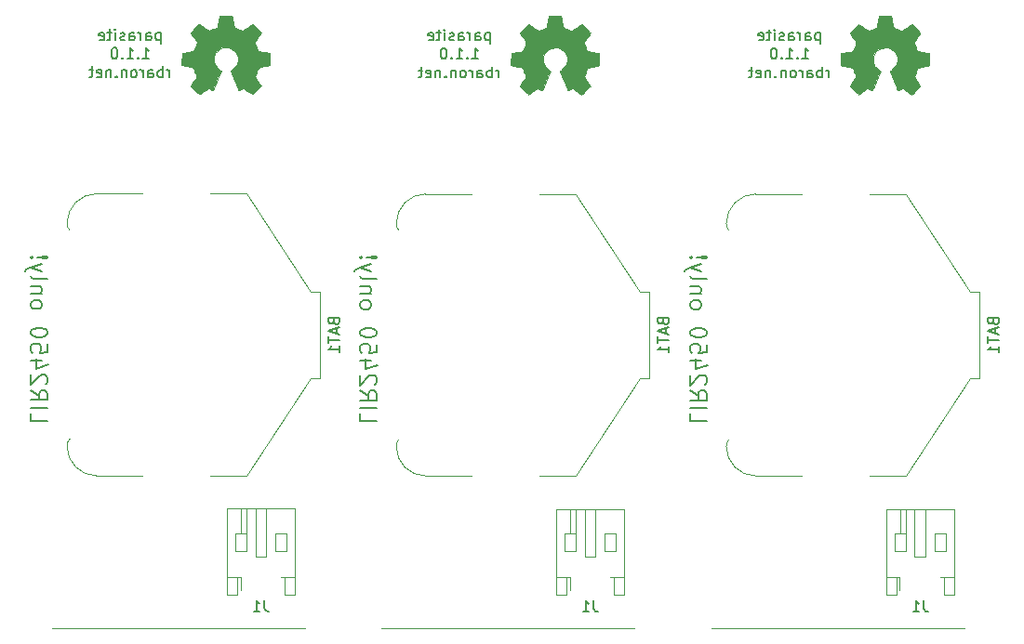
<source format=gbr>
G04 #@! TF.GenerationSoftware,KiCad,Pcbnew,(5.1.5)-3*
G04 #@! TF.CreationDate,2021-03-30T01:03:12+08:00*
G04 #@! TF.ProjectId,panelize,70616e65-6c69-47a6-952e-6b696361645f,1.1.0*
G04 #@! TF.SameCoordinates,Original*
G04 #@! TF.FileFunction,Legend,Bot*
G04 #@! TF.FilePolarity,Positive*
%FSLAX46Y46*%
G04 Gerber Fmt 4.6, Leading zero omitted, Abs format (unit mm)*
G04 Created by KiCad (PCBNEW (5.1.5)-3) date 2021-03-30 01:03:12*
%MOMM*%
%LPD*%
G04 APERTURE LIST*
%ADD10C,0.200000*%
%ADD11C,0.120000*%
%ADD12C,0.002540*%
%ADD13C,0.150000*%
G04 APERTURE END LIST*
D10*
X128701428Y-46430000D02*
X128701428Y-47144285D01*
X130201428Y-47144285D01*
X128701428Y-45930000D02*
X130201428Y-45930000D01*
X128701428Y-44358571D02*
X129415714Y-44858571D01*
X128701428Y-45215714D02*
X130201428Y-45215714D01*
X130201428Y-44644285D01*
X130130000Y-44501428D01*
X130058571Y-44430000D01*
X129915714Y-44358571D01*
X129701428Y-44358571D01*
X129558571Y-44430000D01*
X129487142Y-44501428D01*
X129415714Y-44644285D01*
X129415714Y-45215714D01*
X130058571Y-43787142D02*
X130130000Y-43715714D01*
X130201428Y-43572857D01*
X130201428Y-43215714D01*
X130130000Y-43072857D01*
X130058571Y-43001428D01*
X129915714Y-42930000D01*
X129772857Y-42930000D01*
X129558571Y-43001428D01*
X128701428Y-43858571D01*
X128701428Y-42930000D01*
X129701428Y-41644285D02*
X128701428Y-41644285D01*
X130272857Y-42001428D02*
X129201428Y-42358571D01*
X129201428Y-41430000D01*
X130201428Y-40144285D02*
X130201428Y-40858571D01*
X129487142Y-40930000D01*
X129558571Y-40858571D01*
X129630000Y-40715714D01*
X129630000Y-40358571D01*
X129558571Y-40215714D01*
X129487142Y-40144285D01*
X129344285Y-40072857D01*
X128987142Y-40072857D01*
X128844285Y-40144285D01*
X128772857Y-40215714D01*
X128701428Y-40358571D01*
X128701428Y-40715714D01*
X128772857Y-40858571D01*
X128844285Y-40930000D01*
X130201428Y-39144285D02*
X130201428Y-39001428D01*
X130130000Y-38858571D01*
X130058571Y-38787142D01*
X129915714Y-38715714D01*
X129630000Y-38644285D01*
X129272857Y-38644285D01*
X128987142Y-38715714D01*
X128844285Y-38787142D01*
X128772857Y-38858571D01*
X128701428Y-39001428D01*
X128701428Y-39144285D01*
X128772857Y-39287142D01*
X128844285Y-39358571D01*
X128987142Y-39430000D01*
X129272857Y-39501428D01*
X129630000Y-39501428D01*
X129915714Y-39430000D01*
X130058571Y-39358571D01*
X130130000Y-39287142D01*
X130201428Y-39144285D01*
X128701428Y-36644285D02*
X128772857Y-36787142D01*
X128844285Y-36858571D01*
X128987142Y-36930000D01*
X129415714Y-36930000D01*
X129558571Y-36858571D01*
X129630000Y-36787142D01*
X129701428Y-36644285D01*
X129701428Y-36430000D01*
X129630000Y-36287142D01*
X129558571Y-36215714D01*
X129415714Y-36144285D01*
X128987142Y-36144285D01*
X128844285Y-36215714D01*
X128772857Y-36287142D01*
X128701428Y-36430000D01*
X128701428Y-36644285D01*
X129701428Y-35501428D02*
X128701428Y-35501428D01*
X129558571Y-35501428D02*
X129630000Y-35430000D01*
X129701428Y-35287142D01*
X129701428Y-35072857D01*
X129630000Y-34930000D01*
X129487142Y-34858571D01*
X128701428Y-34858571D01*
X128701428Y-33930000D02*
X128772857Y-34072857D01*
X128915714Y-34144285D01*
X130201428Y-34144285D01*
X129701428Y-33501428D02*
X128701428Y-33144285D01*
X129701428Y-32787142D02*
X128701428Y-33144285D01*
X128344285Y-33287142D01*
X128272857Y-33358571D01*
X128201428Y-33501428D01*
X128844285Y-32215714D02*
X128772857Y-32144285D01*
X128701428Y-32215714D01*
X128772857Y-32287142D01*
X128844285Y-32215714D01*
X128701428Y-32215714D01*
X129272857Y-32215714D02*
X130130000Y-32287142D01*
X130201428Y-32215714D01*
X130130000Y-32144285D01*
X129272857Y-32215714D01*
X130201428Y-32215714D01*
X140515714Y-11765714D02*
X140515714Y-12765714D01*
X140515714Y-11813333D02*
X140420476Y-11765714D01*
X140230000Y-11765714D01*
X140134761Y-11813333D01*
X140087142Y-11860952D01*
X140039523Y-11956190D01*
X140039523Y-12241904D01*
X140087142Y-12337142D01*
X140134761Y-12384761D01*
X140230000Y-12432380D01*
X140420476Y-12432380D01*
X140515714Y-12384761D01*
X139182380Y-12432380D02*
X139182380Y-11908571D01*
X139230000Y-11813333D01*
X139325238Y-11765714D01*
X139515714Y-11765714D01*
X139610952Y-11813333D01*
X139182380Y-12384761D02*
X139277619Y-12432380D01*
X139515714Y-12432380D01*
X139610952Y-12384761D01*
X139658571Y-12289523D01*
X139658571Y-12194285D01*
X139610952Y-12099047D01*
X139515714Y-12051428D01*
X139277619Y-12051428D01*
X139182380Y-12003809D01*
X138706190Y-12432380D02*
X138706190Y-11765714D01*
X138706190Y-11956190D02*
X138658571Y-11860952D01*
X138610952Y-11813333D01*
X138515714Y-11765714D01*
X138420476Y-11765714D01*
X137658571Y-12432380D02*
X137658571Y-11908571D01*
X137706190Y-11813333D01*
X137801428Y-11765714D01*
X137991904Y-11765714D01*
X138087142Y-11813333D01*
X137658571Y-12384761D02*
X137753809Y-12432380D01*
X137991904Y-12432380D01*
X138087142Y-12384761D01*
X138134761Y-12289523D01*
X138134761Y-12194285D01*
X138087142Y-12099047D01*
X137991904Y-12051428D01*
X137753809Y-12051428D01*
X137658571Y-12003809D01*
X137230000Y-12384761D02*
X137134761Y-12432380D01*
X136944285Y-12432380D01*
X136849047Y-12384761D01*
X136801428Y-12289523D01*
X136801428Y-12241904D01*
X136849047Y-12146666D01*
X136944285Y-12099047D01*
X137087142Y-12099047D01*
X137182380Y-12051428D01*
X137230000Y-11956190D01*
X137230000Y-11908571D01*
X137182380Y-11813333D01*
X137087142Y-11765714D01*
X136944285Y-11765714D01*
X136849047Y-11813333D01*
X136372857Y-12432380D02*
X136372857Y-11765714D01*
X136372857Y-11432380D02*
X136420476Y-11480000D01*
X136372857Y-11527619D01*
X136325238Y-11480000D01*
X136372857Y-11432380D01*
X136372857Y-11527619D01*
X136039523Y-11765714D02*
X135658571Y-11765714D01*
X135896666Y-11432380D02*
X135896666Y-12289523D01*
X135849047Y-12384761D01*
X135753809Y-12432380D01*
X135658571Y-12432380D01*
X134944285Y-12384761D02*
X135039523Y-12432380D01*
X135230000Y-12432380D01*
X135325238Y-12384761D01*
X135372857Y-12289523D01*
X135372857Y-11908571D01*
X135325238Y-11813333D01*
X135230000Y-11765714D01*
X135039523Y-11765714D01*
X134944285Y-11813333D01*
X134896666Y-11908571D01*
X134896666Y-12003809D01*
X135372857Y-12099047D01*
X138872857Y-14132380D02*
X139444285Y-14132380D01*
X139158571Y-14132380D02*
X139158571Y-13132380D01*
X139253809Y-13275238D01*
X139349047Y-13370476D01*
X139444285Y-13418095D01*
X138444285Y-14037142D02*
X138396666Y-14084761D01*
X138444285Y-14132380D01*
X138491904Y-14084761D01*
X138444285Y-14037142D01*
X138444285Y-14132380D01*
X137444285Y-14132380D02*
X138015714Y-14132380D01*
X137730000Y-14132380D02*
X137730000Y-13132380D01*
X137825238Y-13275238D01*
X137920476Y-13370476D01*
X138015714Y-13418095D01*
X137015714Y-14037142D02*
X136968095Y-14084761D01*
X137015714Y-14132380D01*
X137063333Y-14084761D01*
X137015714Y-14037142D01*
X137015714Y-14132380D01*
X136349047Y-13132380D02*
X136253809Y-13132380D01*
X136158571Y-13180000D01*
X136110952Y-13227619D01*
X136063333Y-13322857D01*
X136015714Y-13513333D01*
X136015714Y-13751428D01*
X136063333Y-13941904D01*
X136110952Y-14037142D01*
X136158571Y-14084761D01*
X136253809Y-14132380D01*
X136349047Y-14132380D01*
X136444285Y-14084761D01*
X136491904Y-14037142D01*
X136539523Y-13941904D01*
X136587142Y-13751428D01*
X136587142Y-13513333D01*
X136539523Y-13322857D01*
X136491904Y-13227619D01*
X136444285Y-13180000D01*
X136349047Y-13132380D01*
X141325238Y-15832380D02*
X141325238Y-15165714D01*
X141325238Y-15356190D02*
X141277619Y-15260952D01*
X141230000Y-15213333D01*
X141134761Y-15165714D01*
X141039523Y-15165714D01*
X140706190Y-15832380D02*
X140706190Y-14832380D01*
X140706190Y-15213333D02*
X140610952Y-15165714D01*
X140420476Y-15165714D01*
X140325238Y-15213333D01*
X140277619Y-15260952D01*
X140230000Y-15356190D01*
X140230000Y-15641904D01*
X140277619Y-15737142D01*
X140325238Y-15784761D01*
X140420476Y-15832380D01*
X140610952Y-15832380D01*
X140706190Y-15784761D01*
X139372857Y-15832380D02*
X139372857Y-15308571D01*
X139420476Y-15213333D01*
X139515714Y-15165714D01*
X139706190Y-15165714D01*
X139801428Y-15213333D01*
X139372857Y-15784761D02*
X139468095Y-15832380D01*
X139706190Y-15832380D01*
X139801428Y-15784761D01*
X139849047Y-15689523D01*
X139849047Y-15594285D01*
X139801428Y-15499047D01*
X139706190Y-15451428D01*
X139468095Y-15451428D01*
X139372857Y-15403809D01*
X138896666Y-15832380D02*
X138896666Y-15165714D01*
X138896666Y-15356190D02*
X138849047Y-15260952D01*
X138801428Y-15213333D01*
X138706190Y-15165714D01*
X138610952Y-15165714D01*
X138134761Y-15832380D02*
X138230000Y-15784761D01*
X138277619Y-15737142D01*
X138325238Y-15641904D01*
X138325238Y-15356190D01*
X138277619Y-15260952D01*
X138230000Y-15213333D01*
X138134761Y-15165714D01*
X137991904Y-15165714D01*
X137896666Y-15213333D01*
X137849047Y-15260952D01*
X137801428Y-15356190D01*
X137801428Y-15641904D01*
X137849047Y-15737142D01*
X137896666Y-15784761D01*
X137991904Y-15832380D01*
X138134761Y-15832380D01*
X137372857Y-15165714D02*
X137372857Y-15832380D01*
X137372857Y-15260952D02*
X137325238Y-15213333D01*
X137230000Y-15165714D01*
X137087142Y-15165714D01*
X136991904Y-15213333D01*
X136944285Y-15308571D01*
X136944285Y-15832380D01*
X136468095Y-15737142D02*
X136420476Y-15784761D01*
X136468095Y-15832380D01*
X136515714Y-15784761D01*
X136468095Y-15737142D01*
X136468095Y-15832380D01*
X135991904Y-15165714D02*
X135991904Y-15832380D01*
X135991904Y-15260952D02*
X135944285Y-15213333D01*
X135849047Y-15165714D01*
X135706190Y-15165714D01*
X135610952Y-15213333D01*
X135563333Y-15308571D01*
X135563333Y-15832380D01*
X134706190Y-15784761D02*
X134801428Y-15832380D01*
X134991904Y-15832380D01*
X135087142Y-15784761D01*
X135134761Y-15689523D01*
X135134761Y-15308571D01*
X135087142Y-15213333D01*
X134991904Y-15165714D01*
X134801428Y-15165714D01*
X134706190Y-15213333D01*
X134658571Y-15308571D01*
X134658571Y-15403809D01*
X135134761Y-15499047D01*
X134372857Y-15165714D02*
X133991904Y-15165714D01*
X134230000Y-14832380D02*
X134230000Y-15689523D01*
X134182380Y-15784761D01*
X134087142Y-15832380D01*
X133991904Y-15832380D01*
D11*
X130630000Y-65980000D02*
X153630000Y-65980000D01*
D10*
X158671428Y-46450000D02*
X158671428Y-47164285D01*
X160171428Y-47164285D01*
X158671428Y-45950000D02*
X160171428Y-45950000D01*
X158671428Y-44378571D02*
X159385714Y-44878571D01*
X158671428Y-45235714D02*
X160171428Y-45235714D01*
X160171428Y-44664285D01*
X160100000Y-44521428D01*
X160028571Y-44450000D01*
X159885714Y-44378571D01*
X159671428Y-44378571D01*
X159528571Y-44450000D01*
X159457142Y-44521428D01*
X159385714Y-44664285D01*
X159385714Y-45235714D01*
X160028571Y-43807142D02*
X160100000Y-43735714D01*
X160171428Y-43592857D01*
X160171428Y-43235714D01*
X160100000Y-43092857D01*
X160028571Y-43021428D01*
X159885714Y-42950000D01*
X159742857Y-42950000D01*
X159528571Y-43021428D01*
X158671428Y-43878571D01*
X158671428Y-42950000D01*
X159671428Y-41664285D02*
X158671428Y-41664285D01*
X160242857Y-42021428D02*
X159171428Y-42378571D01*
X159171428Y-41450000D01*
X160171428Y-40164285D02*
X160171428Y-40878571D01*
X159457142Y-40950000D01*
X159528571Y-40878571D01*
X159600000Y-40735714D01*
X159600000Y-40378571D01*
X159528571Y-40235714D01*
X159457142Y-40164285D01*
X159314285Y-40092857D01*
X158957142Y-40092857D01*
X158814285Y-40164285D01*
X158742857Y-40235714D01*
X158671428Y-40378571D01*
X158671428Y-40735714D01*
X158742857Y-40878571D01*
X158814285Y-40950000D01*
X160171428Y-39164285D02*
X160171428Y-39021428D01*
X160100000Y-38878571D01*
X160028571Y-38807142D01*
X159885714Y-38735714D01*
X159600000Y-38664285D01*
X159242857Y-38664285D01*
X158957142Y-38735714D01*
X158814285Y-38807142D01*
X158742857Y-38878571D01*
X158671428Y-39021428D01*
X158671428Y-39164285D01*
X158742857Y-39307142D01*
X158814285Y-39378571D01*
X158957142Y-39450000D01*
X159242857Y-39521428D01*
X159600000Y-39521428D01*
X159885714Y-39450000D01*
X160028571Y-39378571D01*
X160100000Y-39307142D01*
X160171428Y-39164285D01*
X158671428Y-36664285D02*
X158742857Y-36807142D01*
X158814285Y-36878571D01*
X158957142Y-36950000D01*
X159385714Y-36950000D01*
X159528571Y-36878571D01*
X159600000Y-36807142D01*
X159671428Y-36664285D01*
X159671428Y-36450000D01*
X159600000Y-36307142D01*
X159528571Y-36235714D01*
X159385714Y-36164285D01*
X158957142Y-36164285D01*
X158814285Y-36235714D01*
X158742857Y-36307142D01*
X158671428Y-36450000D01*
X158671428Y-36664285D01*
X159671428Y-35521428D02*
X158671428Y-35521428D01*
X159528571Y-35521428D02*
X159600000Y-35450000D01*
X159671428Y-35307142D01*
X159671428Y-35092857D01*
X159600000Y-34950000D01*
X159457142Y-34878571D01*
X158671428Y-34878571D01*
X158671428Y-33950000D02*
X158742857Y-34092857D01*
X158885714Y-34164285D01*
X160171428Y-34164285D01*
X159671428Y-33521428D02*
X158671428Y-33164285D01*
X159671428Y-32807142D02*
X158671428Y-33164285D01*
X158314285Y-33307142D01*
X158242857Y-33378571D01*
X158171428Y-33521428D01*
X158814285Y-32235714D02*
X158742857Y-32164285D01*
X158671428Y-32235714D01*
X158742857Y-32307142D01*
X158814285Y-32235714D01*
X158671428Y-32235714D01*
X159242857Y-32235714D02*
X160100000Y-32307142D01*
X160171428Y-32235714D01*
X160100000Y-32164285D01*
X159242857Y-32235714D01*
X160171428Y-32235714D01*
X170485714Y-11785714D02*
X170485714Y-12785714D01*
X170485714Y-11833333D02*
X170390476Y-11785714D01*
X170200000Y-11785714D01*
X170104761Y-11833333D01*
X170057142Y-11880952D01*
X170009523Y-11976190D01*
X170009523Y-12261904D01*
X170057142Y-12357142D01*
X170104761Y-12404761D01*
X170200000Y-12452380D01*
X170390476Y-12452380D01*
X170485714Y-12404761D01*
X169152380Y-12452380D02*
X169152380Y-11928571D01*
X169200000Y-11833333D01*
X169295238Y-11785714D01*
X169485714Y-11785714D01*
X169580952Y-11833333D01*
X169152380Y-12404761D02*
X169247619Y-12452380D01*
X169485714Y-12452380D01*
X169580952Y-12404761D01*
X169628571Y-12309523D01*
X169628571Y-12214285D01*
X169580952Y-12119047D01*
X169485714Y-12071428D01*
X169247619Y-12071428D01*
X169152380Y-12023809D01*
X168676190Y-12452380D02*
X168676190Y-11785714D01*
X168676190Y-11976190D02*
X168628571Y-11880952D01*
X168580952Y-11833333D01*
X168485714Y-11785714D01*
X168390476Y-11785714D01*
X167628571Y-12452380D02*
X167628571Y-11928571D01*
X167676190Y-11833333D01*
X167771428Y-11785714D01*
X167961904Y-11785714D01*
X168057142Y-11833333D01*
X167628571Y-12404761D02*
X167723809Y-12452380D01*
X167961904Y-12452380D01*
X168057142Y-12404761D01*
X168104761Y-12309523D01*
X168104761Y-12214285D01*
X168057142Y-12119047D01*
X167961904Y-12071428D01*
X167723809Y-12071428D01*
X167628571Y-12023809D01*
X167200000Y-12404761D02*
X167104761Y-12452380D01*
X166914285Y-12452380D01*
X166819047Y-12404761D01*
X166771428Y-12309523D01*
X166771428Y-12261904D01*
X166819047Y-12166666D01*
X166914285Y-12119047D01*
X167057142Y-12119047D01*
X167152380Y-12071428D01*
X167200000Y-11976190D01*
X167200000Y-11928571D01*
X167152380Y-11833333D01*
X167057142Y-11785714D01*
X166914285Y-11785714D01*
X166819047Y-11833333D01*
X166342857Y-12452380D02*
X166342857Y-11785714D01*
X166342857Y-11452380D02*
X166390476Y-11500000D01*
X166342857Y-11547619D01*
X166295238Y-11500000D01*
X166342857Y-11452380D01*
X166342857Y-11547619D01*
X166009523Y-11785714D02*
X165628571Y-11785714D01*
X165866666Y-11452380D02*
X165866666Y-12309523D01*
X165819047Y-12404761D01*
X165723809Y-12452380D01*
X165628571Y-12452380D01*
X164914285Y-12404761D02*
X165009523Y-12452380D01*
X165200000Y-12452380D01*
X165295238Y-12404761D01*
X165342857Y-12309523D01*
X165342857Y-11928571D01*
X165295238Y-11833333D01*
X165200000Y-11785714D01*
X165009523Y-11785714D01*
X164914285Y-11833333D01*
X164866666Y-11928571D01*
X164866666Y-12023809D01*
X165342857Y-12119047D01*
X168842857Y-14152380D02*
X169414285Y-14152380D01*
X169128571Y-14152380D02*
X169128571Y-13152380D01*
X169223809Y-13295238D01*
X169319047Y-13390476D01*
X169414285Y-13438095D01*
X168414285Y-14057142D02*
X168366666Y-14104761D01*
X168414285Y-14152380D01*
X168461904Y-14104761D01*
X168414285Y-14057142D01*
X168414285Y-14152380D01*
X167414285Y-14152380D02*
X167985714Y-14152380D01*
X167700000Y-14152380D02*
X167700000Y-13152380D01*
X167795238Y-13295238D01*
X167890476Y-13390476D01*
X167985714Y-13438095D01*
X166985714Y-14057142D02*
X166938095Y-14104761D01*
X166985714Y-14152380D01*
X167033333Y-14104761D01*
X166985714Y-14057142D01*
X166985714Y-14152380D01*
X166319047Y-13152380D02*
X166223809Y-13152380D01*
X166128571Y-13200000D01*
X166080952Y-13247619D01*
X166033333Y-13342857D01*
X165985714Y-13533333D01*
X165985714Y-13771428D01*
X166033333Y-13961904D01*
X166080952Y-14057142D01*
X166128571Y-14104761D01*
X166223809Y-14152380D01*
X166319047Y-14152380D01*
X166414285Y-14104761D01*
X166461904Y-14057142D01*
X166509523Y-13961904D01*
X166557142Y-13771428D01*
X166557142Y-13533333D01*
X166509523Y-13342857D01*
X166461904Y-13247619D01*
X166414285Y-13200000D01*
X166319047Y-13152380D01*
X171295238Y-15852380D02*
X171295238Y-15185714D01*
X171295238Y-15376190D02*
X171247619Y-15280952D01*
X171200000Y-15233333D01*
X171104761Y-15185714D01*
X171009523Y-15185714D01*
X170676190Y-15852380D02*
X170676190Y-14852380D01*
X170676190Y-15233333D02*
X170580952Y-15185714D01*
X170390476Y-15185714D01*
X170295238Y-15233333D01*
X170247619Y-15280952D01*
X170200000Y-15376190D01*
X170200000Y-15661904D01*
X170247619Y-15757142D01*
X170295238Y-15804761D01*
X170390476Y-15852380D01*
X170580952Y-15852380D01*
X170676190Y-15804761D01*
X169342857Y-15852380D02*
X169342857Y-15328571D01*
X169390476Y-15233333D01*
X169485714Y-15185714D01*
X169676190Y-15185714D01*
X169771428Y-15233333D01*
X169342857Y-15804761D02*
X169438095Y-15852380D01*
X169676190Y-15852380D01*
X169771428Y-15804761D01*
X169819047Y-15709523D01*
X169819047Y-15614285D01*
X169771428Y-15519047D01*
X169676190Y-15471428D01*
X169438095Y-15471428D01*
X169342857Y-15423809D01*
X168866666Y-15852380D02*
X168866666Y-15185714D01*
X168866666Y-15376190D02*
X168819047Y-15280952D01*
X168771428Y-15233333D01*
X168676190Y-15185714D01*
X168580952Y-15185714D01*
X168104761Y-15852380D02*
X168200000Y-15804761D01*
X168247619Y-15757142D01*
X168295238Y-15661904D01*
X168295238Y-15376190D01*
X168247619Y-15280952D01*
X168200000Y-15233333D01*
X168104761Y-15185714D01*
X167961904Y-15185714D01*
X167866666Y-15233333D01*
X167819047Y-15280952D01*
X167771428Y-15376190D01*
X167771428Y-15661904D01*
X167819047Y-15757142D01*
X167866666Y-15804761D01*
X167961904Y-15852380D01*
X168104761Y-15852380D01*
X167342857Y-15185714D02*
X167342857Y-15852380D01*
X167342857Y-15280952D02*
X167295238Y-15233333D01*
X167200000Y-15185714D01*
X167057142Y-15185714D01*
X166961904Y-15233333D01*
X166914285Y-15328571D01*
X166914285Y-15852380D01*
X166438095Y-15757142D02*
X166390476Y-15804761D01*
X166438095Y-15852380D01*
X166485714Y-15804761D01*
X166438095Y-15757142D01*
X166438095Y-15852380D01*
X165961904Y-15185714D02*
X165961904Y-15852380D01*
X165961904Y-15280952D02*
X165914285Y-15233333D01*
X165819047Y-15185714D01*
X165676190Y-15185714D01*
X165580952Y-15233333D01*
X165533333Y-15328571D01*
X165533333Y-15852380D01*
X164676190Y-15804761D02*
X164771428Y-15852380D01*
X164961904Y-15852380D01*
X165057142Y-15804761D01*
X165104761Y-15709523D01*
X165104761Y-15328571D01*
X165057142Y-15233333D01*
X164961904Y-15185714D01*
X164771428Y-15185714D01*
X164676190Y-15233333D01*
X164628571Y-15328571D01*
X164628571Y-15423809D01*
X165104761Y-15519047D01*
X164342857Y-15185714D02*
X163961904Y-15185714D01*
X164200000Y-14852380D02*
X164200000Y-15709523D01*
X164152380Y-15804761D01*
X164057142Y-15852380D01*
X163961904Y-15852380D01*
D11*
X160600000Y-66000000D02*
X183600000Y-66000000D01*
D10*
X188721428Y-46450000D02*
X188721428Y-47164285D01*
X190221428Y-47164285D01*
X188721428Y-45950000D02*
X190221428Y-45950000D01*
X188721428Y-44378571D02*
X189435714Y-44878571D01*
X188721428Y-45235714D02*
X190221428Y-45235714D01*
X190221428Y-44664285D01*
X190150000Y-44521428D01*
X190078571Y-44450000D01*
X189935714Y-44378571D01*
X189721428Y-44378571D01*
X189578571Y-44450000D01*
X189507142Y-44521428D01*
X189435714Y-44664285D01*
X189435714Y-45235714D01*
X190078571Y-43807142D02*
X190150000Y-43735714D01*
X190221428Y-43592857D01*
X190221428Y-43235714D01*
X190150000Y-43092857D01*
X190078571Y-43021428D01*
X189935714Y-42950000D01*
X189792857Y-42950000D01*
X189578571Y-43021428D01*
X188721428Y-43878571D01*
X188721428Y-42950000D01*
X189721428Y-41664285D02*
X188721428Y-41664285D01*
X190292857Y-42021428D02*
X189221428Y-42378571D01*
X189221428Y-41450000D01*
X190221428Y-40164285D02*
X190221428Y-40878571D01*
X189507142Y-40950000D01*
X189578571Y-40878571D01*
X189650000Y-40735714D01*
X189650000Y-40378571D01*
X189578571Y-40235714D01*
X189507142Y-40164285D01*
X189364285Y-40092857D01*
X189007142Y-40092857D01*
X188864285Y-40164285D01*
X188792857Y-40235714D01*
X188721428Y-40378571D01*
X188721428Y-40735714D01*
X188792857Y-40878571D01*
X188864285Y-40950000D01*
X190221428Y-39164285D02*
X190221428Y-39021428D01*
X190150000Y-38878571D01*
X190078571Y-38807142D01*
X189935714Y-38735714D01*
X189650000Y-38664285D01*
X189292857Y-38664285D01*
X189007142Y-38735714D01*
X188864285Y-38807142D01*
X188792857Y-38878571D01*
X188721428Y-39021428D01*
X188721428Y-39164285D01*
X188792857Y-39307142D01*
X188864285Y-39378571D01*
X189007142Y-39450000D01*
X189292857Y-39521428D01*
X189650000Y-39521428D01*
X189935714Y-39450000D01*
X190078571Y-39378571D01*
X190150000Y-39307142D01*
X190221428Y-39164285D01*
X188721428Y-36664285D02*
X188792857Y-36807142D01*
X188864285Y-36878571D01*
X189007142Y-36950000D01*
X189435714Y-36950000D01*
X189578571Y-36878571D01*
X189650000Y-36807142D01*
X189721428Y-36664285D01*
X189721428Y-36450000D01*
X189650000Y-36307142D01*
X189578571Y-36235714D01*
X189435714Y-36164285D01*
X189007142Y-36164285D01*
X188864285Y-36235714D01*
X188792857Y-36307142D01*
X188721428Y-36450000D01*
X188721428Y-36664285D01*
X189721428Y-35521428D02*
X188721428Y-35521428D01*
X189578571Y-35521428D02*
X189650000Y-35450000D01*
X189721428Y-35307142D01*
X189721428Y-35092857D01*
X189650000Y-34950000D01*
X189507142Y-34878571D01*
X188721428Y-34878571D01*
X188721428Y-33950000D02*
X188792857Y-34092857D01*
X188935714Y-34164285D01*
X190221428Y-34164285D01*
X189721428Y-33521428D02*
X188721428Y-33164285D01*
X189721428Y-32807142D02*
X188721428Y-33164285D01*
X188364285Y-33307142D01*
X188292857Y-33378571D01*
X188221428Y-33521428D01*
X188864285Y-32235714D02*
X188792857Y-32164285D01*
X188721428Y-32235714D01*
X188792857Y-32307142D01*
X188864285Y-32235714D01*
X188721428Y-32235714D01*
X189292857Y-32235714D02*
X190150000Y-32307142D01*
X190221428Y-32235714D01*
X190150000Y-32164285D01*
X189292857Y-32235714D01*
X190221428Y-32235714D01*
X200535714Y-11785714D02*
X200535714Y-12785714D01*
X200535714Y-11833333D02*
X200440476Y-11785714D01*
X200250000Y-11785714D01*
X200154761Y-11833333D01*
X200107142Y-11880952D01*
X200059523Y-11976190D01*
X200059523Y-12261904D01*
X200107142Y-12357142D01*
X200154761Y-12404761D01*
X200250000Y-12452380D01*
X200440476Y-12452380D01*
X200535714Y-12404761D01*
X199202380Y-12452380D02*
X199202380Y-11928571D01*
X199250000Y-11833333D01*
X199345238Y-11785714D01*
X199535714Y-11785714D01*
X199630952Y-11833333D01*
X199202380Y-12404761D02*
X199297619Y-12452380D01*
X199535714Y-12452380D01*
X199630952Y-12404761D01*
X199678571Y-12309523D01*
X199678571Y-12214285D01*
X199630952Y-12119047D01*
X199535714Y-12071428D01*
X199297619Y-12071428D01*
X199202380Y-12023809D01*
X198726190Y-12452380D02*
X198726190Y-11785714D01*
X198726190Y-11976190D02*
X198678571Y-11880952D01*
X198630952Y-11833333D01*
X198535714Y-11785714D01*
X198440476Y-11785714D01*
X197678571Y-12452380D02*
X197678571Y-11928571D01*
X197726190Y-11833333D01*
X197821428Y-11785714D01*
X198011904Y-11785714D01*
X198107142Y-11833333D01*
X197678571Y-12404761D02*
X197773809Y-12452380D01*
X198011904Y-12452380D01*
X198107142Y-12404761D01*
X198154761Y-12309523D01*
X198154761Y-12214285D01*
X198107142Y-12119047D01*
X198011904Y-12071428D01*
X197773809Y-12071428D01*
X197678571Y-12023809D01*
X197250000Y-12404761D02*
X197154761Y-12452380D01*
X196964285Y-12452380D01*
X196869047Y-12404761D01*
X196821428Y-12309523D01*
X196821428Y-12261904D01*
X196869047Y-12166666D01*
X196964285Y-12119047D01*
X197107142Y-12119047D01*
X197202380Y-12071428D01*
X197250000Y-11976190D01*
X197250000Y-11928571D01*
X197202380Y-11833333D01*
X197107142Y-11785714D01*
X196964285Y-11785714D01*
X196869047Y-11833333D01*
X196392857Y-12452380D02*
X196392857Y-11785714D01*
X196392857Y-11452380D02*
X196440476Y-11500000D01*
X196392857Y-11547619D01*
X196345238Y-11500000D01*
X196392857Y-11452380D01*
X196392857Y-11547619D01*
X196059523Y-11785714D02*
X195678571Y-11785714D01*
X195916666Y-11452380D02*
X195916666Y-12309523D01*
X195869047Y-12404761D01*
X195773809Y-12452380D01*
X195678571Y-12452380D01*
X194964285Y-12404761D02*
X195059523Y-12452380D01*
X195250000Y-12452380D01*
X195345238Y-12404761D01*
X195392857Y-12309523D01*
X195392857Y-11928571D01*
X195345238Y-11833333D01*
X195250000Y-11785714D01*
X195059523Y-11785714D01*
X194964285Y-11833333D01*
X194916666Y-11928571D01*
X194916666Y-12023809D01*
X195392857Y-12119047D01*
X198892857Y-14152380D02*
X199464285Y-14152380D01*
X199178571Y-14152380D02*
X199178571Y-13152380D01*
X199273809Y-13295238D01*
X199369047Y-13390476D01*
X199464285Y-13438095D01*
X198464285Y-14057142D02*
X198416666Y-14104761D01*
X198464285Y-14152380D01*
X198511904Y-14104761D01*
X198464285Y-14057142D01*
X198464285Y-14152380D01*
X197464285Y-14152380D02*
X198035714Y-14152380D01*
X197750000Y-14152380D02*
X197750000Y-13152380D01*
X197845238Y-13295238D01*
X197940476Y-13390476D01*
X198035714Y-13438095D01*
X197035714Y-14057142D02*
X196988095Y-14104761D01*
X197035714Y-14152380D01*
X197083333Y-14104761D01*
X197035714Y-14057142D01*
X197035714Y-14152380D01*
X196369047Y-13152380D02*
X196273809Y-13152380D01*
X196178571Y-13200000D01*
X196130952Y-13247619D01*
X196083333Y-13342857D01*
X196035714Y-13533333D01*
X196035714Y-13771428D01*
X196083333Y-13961904D01*
X196130952Y-14057142D01*
X196178571Y-14104761D01*
X196273809Y-14152380D01*
X196369047Y-14152380D01*
X196464285Y-14104761D01*
X196511904Y-14057142D01*
X196559523Y-13961904D01*
X196607142Y-13771428D01*
X196607142Y-13533333D01*
X196559523Y-13342857D01*
X196511904Y-13247619D01*
X196464285Y-13200000D01*
X196369047Y-13152380D01*
X201345238Y-15852380D02*
X201345238Y-15185714D01*
X201345238Y-15376190D02*
X201297619Y-15280952D01*
X201250000Y-15233333D01*
X201154761Y-15185714D01*
X201059523Y-15185714D01*
X200726190Y-15852380D02*
X200726190Y-14852380D01*
X200726190Y-15233333D02*
X200630952Y-15185714D01*
X200440476Y-15185714D01*
X200345238Y-15233333D01*
X200297619Y-15280952D01*
X200250000Y-15376190D01*
X200250000Y-15661904D01*
X200297619Y-15757142D01*
X200345238Y-15804761D01*
X200440476Y-15852380D01*
X200630952Y-15852380D01*
X200726190Y-15804761D01*
X199392857Y-15852380D02*
X199392857Y-15328571D01*
X199440476Y-15233333D01*
X199535714Y-15185714D01*
X199726190Y-15185714D01*
X199821428Y-15233333D01*
X199392857Y-15804761D02*
X199488095Y-15852380D01*
X199726190Y-15852380D01*
X199821428Y-15804761D01*
X199869047Y-15709523D01*
X199869047Y-15614285D01*
X199821428Y-15519047D01*
X199726190Y-15471428D01*
X199488095Y-15471428D01*
X199392857Y-15423809D01*
X198916666Y-15852380D02*
X198916666Y-15185714D01*
X198916666Y-15376190D02*
X198869047Y-15280952D01*
X198821428Y-15233333D01*
X198726190Y-15185714D01*
X198630952Y-15185714D01*
X198154761Y-15852380D02*
X198250000Y-15804761D01*
X198297619Y-15757142D01*
X198345238Y-15661904D01*
X198345238Y-15376190D01*
X198297619Y-15280952D01*
X198250000Y-15233333D01*
X198154761Y-15185714D01*
X198011904Y-15185714D01*
X197916666Y-15233333D01*
X197869047Y-15280952D01*
X197821428Y-15376190D01*
X197821428Y-15661904D01*
X197869047Y-15757142D01*
X197916666Y-15804761D01*
X198011904Y-15852380D01*
X198154761Y-15852380D01*
X197392857Y-15185714D02*
X197392857Y-15852380D01*
X197392857Y-15280952D02*
X197345238Y-15233333D01*
X197250000Y-15185714D01*
X197107142Y-15185714D01*
X197011904Y-15233333D01*
X196964285Y-15328571D01*
X196964285Y-15852380D01*
X196488095Y-15757142D02*
X196440476Y-15804761D01*
X196488095Y-15852380D01*
X196535714Y-15804761D01*
X196488095Y-15757142D01*
X196488095Y-15852380D01*
X196011904Y-15185714D02*
X196011904Y-15852380D01*
X196011904Y-15280952D02*
X195964285Y-15233333D01*
X195869047Y-15185714D01*
X195726190Y-15185714D01*
X195630952Y-15233333D01*
X195583333Y-15328571D01*
X195583333Y-15852380D01*
X194726190Y-15804761D02*
X194821428Y-15852380D01*
X195011904Y-15852380D01*
X195107142Y-15804761D01*
X195154761Y-15709523D01*
X195154761Y-15328571D01*
X195107142Y-15233333D01*
X195011904Y-15185714D01*
X194821428Y-15185714D01*
X194726190Y-15233333D01*
X194678571Y-15328571D01*
X194678571Y-15423809D01*
X195154761Y-15519047D01*
X194392857Y-15185714D02*
X194011904Y-15185714D01*
X194250000Y-14852380D02*
X194250000Y-15709523D01*
X194202380Y-15804761D01*
X194107142Y-15852380D01*
X194011904Y-15852380D01*
D11*
X190650000Y-66000000D02*
X213650000Y-66000000D01*
D12*
G36*
X144006840Y-17371560D02*
G01*
X144047480Y-17351240D01*
X144141460Y-17292820D01*
X144276080Y-17203920D01*
X144433560Y-17099780D01*
X144591040Y-16990560D01*
X144720580Y-16904200D01*
X144812020Y-16845780D01*
X144850120Y-16825460D01*
X144870440Y-16830540D01*
X144946640Y-16868640D01*
X145055860Y-16924520D01*
X145119360Y-16957540D01*
X145218420Y-17000720D01*
X145269220Y-17010880D01*
X145276840Y-16995640D01*
X145314940Y-16919440D01*
X145370820Y-16787360D01*
X145447020Y-16614640D01*
X145533380Y-16411440D01*
X145627360Y-16193000D01*
X145718800Y-15969480D01*
X145807700Y-15756120D01*
X145886440Y-15565620D01*
X145949940Y-15410680D01*
X145990580Y-15301460D01*
X146005820Y-15255740D01*
X146000740Y-15245580D01*
X145949940Y-15197320D01*
X145863580Y-15131280D01*
X145673080Y-14976340D01*
X145487660Y-14742660D01*
X145373360Y-14478500D01*
X145335260Y-14183860D01*
X145368280Y-13912080D01*
X145474960Y-13650460D01*
X145657840Y-13414240D01*
X145878820Y-13238980D01*
X146137900Y-13127220D01*
X146430000Y-13091660D01*
X146709400Y-13122140D01*
X146976100Y-13228820D01*
X147212320Y-13409160D01*
X147311380Y-13523460D01*
X147448540Y-13762220D01*
X147527280Y-14018760D01*
X147534900Y-14082260D01*
X147524740Y-14364200D01*
X147440920Y-14633440D01*
X147293600Y-14874740D01*
X147087860Y-15070320D01*
X147059920Y-15090640D01*
X146965940Y-15161760D01*
X146902440Y-15210020D01*
X146851640Y-15250660D01*
X147209780Y-16111720D01*
X147265660Y-16248880D01*
X147364720Y-16485100D01*
X147451080Y-16688300D01*
X147519660Y-16848320D01*
X147567920Y-16957540D01*
X147588240Y-17000720D01*
X147590780Y-17003260D01*
X147621260Y-17008340D01*
X147687300Y-16982940D01*
X147806680Y-16924520D01*
X147887960Y-16883880D01*
X147979400Y-16840700D01*
X148020040Y-16825460D01*
X148055600Y-16843240D01*
X148141960Y-16901660D01*
X148271500Y-16985480D01*
X148423900Y-17089620D01*
X148571220Y-17191220D01*
X148705840Y-17280120D01*
X148804900Y-17341080D01*
X148853160Y-17369020D01*
X148860780Y-17369020D01*
X148901420Y-17343620D01*
X148980160Y-17280120D01*
X149097000Y-17168360D01*
X149262100Y-17005800D01*
X149287500Y-16980400D01*
X149424660Y-16840700D01*
X149536420Y-16723860D01*
X149610080Y-16642580D01*
X149635480Y-16604480D01*
X149612620Y-16556220D01*
X149549120Y-16459700D01*
X149460220Y-16322540D01*
X149351000Y-16162520D01*
X149066520Y-15748500D01*
X149224000Y-15357340D01*
X149272260Y-15237960D01*
X149333220Y-15093180D01*
X149376400Y-14989040D01*
X149401800Y-14943320D01*
X149442440Y-14928080D01*
X149551660Y-14902680D01*
X149706600Y-14869660D01*
X149889480Y-14836640D01*
X150067280Y-14803620D01*
X150227300Y-14773140D01*
X150341600Y-14750280D01*
X150392400Y-14740120D01*
X150405100Y-14732500D01*
X150415260Y-14707100D01*
X150422880Y-14653760D01*
X150425420Y-14557240D01*
X150427960Y-14404840D01*
X150427960Y-14183860D01*
X150427960Y-14161000D01*
X150425420Y-13950180D01*
X150422880Y-13782540D01*
X150417800Y-13673320D01*
X150410180Y-13630140D01*
X150359380Y-13617440D01*
X150247620Y-13594580D01*
X150087600Y-13561560D01*
X149897100Y-13526000D01*
X149886940Y-13523460D01*
X149696440Y-13487900D01*
X149538960Y-13454880D01*
X149427200Y-13429480D01*
X149381480Y-13414240D01*
X149371320Y-13401540D01*
X149333220Y-13327880D01*
X149277340Y-13211040D01*
X149216380Y-13066260D01*
X149152880Y-12918940D01*
X149099540Y-12784320D01*
X149063980Y-12685260D01*
X149053820Y-12639540D01*
X149081760Y-12593820D01*
X149147800Y-12494760D01*
X149239240Y-12360140D01*
X149351000Y-12197580D01*
X149358620Y-12184880D01*
X149467840Y-12024860D01*
X149556740Y-11890240D01*
X149615160Y-11793720D01*
X149635480Y-11750540D01*
X149635480Y-11748000D01*
X149599920Y-11699740D01*
X149518640Y-11610840D01*
X149401800Y-11488920D01*
X149262100Y-11346680D01*
X149216380Y-11303500D01*
X149061440Y-11151100D01*
X148954760Y-11052040D01*
X148886180Y-10998700D01*
X148853160Y-10986000D01*
X148853160Y-10988540D01*
X148804900Y-11016480D01*
X148703300Y-11082520D01*
X148566140Y-11176500D01*
X148403580Y-11285720D01*
X148393420Y-11293340D01*
X148233400Y-11402560D01*
X148101320Y-11491460D01*
X148004800Y-11554960D01*
X147964160Y-11580360D01*
X147956540Y-11580360D01*
X147893040Y-11560040D01*
X147778740Y-11521940D01*
X147639040Y-11466060D01*
X147491720Y-11407640D01*
X147357100Y-11351760D01*
X147255500Y-11303500D01*
X147207240Y-11278100D01*
X147207240Y-11275560D01*
X147189460Y-11217140D01*
X147161520Y-11097760D01*
X147128500Y-10932660D01*
X147090400Y-10737080D01*
X147085320Y-10706600D01*
X147049760Y-10516100D01*
X147019280Y-10358620D01*
X146996420Y-10249400D01*
X146983720Y-10203680D01*
X146958320Y-10198600D01*
X146864340Y-10190980D01*
X146722100Y-10188440D01*
X146549380Y-10185900D01*
X146369040Y-10188440D01*
X146193780Y-10190980D01*
X146041380Y-10196060D01*
X145934700Y-10203680D01*
X145888980Y-10213840D01*
X145886440Y-10216380D01*
X145871200Y-10274800D01*
X145845800Y-10394180D01*
X145810240Y-10559280D01*
X145772140Y-10757400D01*
X145767060Y-10790420D01*
X145731500Y-10980920D01*
X145698480Y-11135860D01*
X145675620Y-11245080D01*
X145662920Y-11285720D01*
X145647680Y-11295880D01*
X145568940Y-11328900D01*
X145441940Y-11382240D01*
X145281920Y-11445740D01*
X144916160Y-11595600D01*
X144469120Y-11285720D01*
X144425940Y-11257780D01*
X144265920Y-11148560D01*
X144131300Y-11059660D01*
X144039860Y-11001240D01*
X144001760Y-10978380D01*
X143999220Y-10980920D01*
X143953500Y-11019020D01*
X143864600Y-11102840D01*
X143742680Y-11222220D01*
X143602980Y-11361920D01*
X143498840Y-11466060D01*
X143374380Y-11593060D01*
X143295640Y-11676880D01*
X143252460Y-11732760D01*
X143237220Y-11765780D01*
X143242300Y-11786100D01*
X143270240Y-11831820D01*
X143336280Y-11930880D01*
X143427720Y-12068040D01*
X143536940Y-12225520D01*
X143628380Y-12360140D01*
X143724900Y-12510000D01*
X143788400Y-12616680D01*
X143811260Y-12670020D01*
X143806180Y-12692880D01*
X143773160Y-12779240D01*
X143719820Y-12913860D01*
X143653780Y-13071340D01*
X143496300Y-13426940D01*
X143262620Y-13470120D01*
X143122920Y-13498060D01*
X142924800Y-13536160D01*
X142736840Y-13571720D01*
X142442200Y-13630140D01*
X142432040Y-14712180D01*
X142477760Y-14732500D01*
X142520940Y-14745200D01*
X142630160Y-14768060D01*
X142785100Y-14798540D01*
X142970520Y-14834100D01*
X143125460Y-14864580D01*
X143285480Y-14892520D01*
X143397240Y-14915380D01*
X143448040Y-14925540D01*
X143460740Y-14943320D01*
X143501380Y-15019520D01*
X143557260Y-15141440D01*
X143618220Y-15288760D01*
X143681720Y-15438620D01*
X143737600Y-15578320D01*
X143778240Y-15685000D01*
X143790940Y-15740880D01*
X143770620Y-15784060D01*
X143709660Y-15875500D01*
X143623300Y-16007580D01*
X143516620Y-16165060D01*
X143407400Y-16322540D01*
X143318500Y-16457160D01*
X143255000Y-16553680D01*
X143229600Y-16596860D01*
X143242300Y-16627340D01*
X143303260Y-16703540D01*
X143422640Y-16825460D01*
X143597900Y-17000720D01*
X143628380Y-17028660D01*
X143768080Y-17163280D01*
X143887460Y-17272500D01*
X143968740Y-17346160D01*
X144006840Y-17371560D01*
G37*
X144006840Y-17371560D02*
X144047480Y-17351240D01*
X144141460Y-17292820D01*
X144276080Y-17203920D01*
X144433560Y-17099780D01*
X144591040Y-16990560D01*
X144720580Y-16904200D01*
X144812020Y-16845780D01*
X144850120Y-16825460D01*
X144870440Y-16830540D01*
X144946640Y-16868640D01*
X145055860Y-16924520D01*
X145119360Y-16957540D01*
X145218420Y-17000720D01*
X145269220Y-17010880D01*
X145276840Y-16995640D01*
X145314940Y-16919440D01*
X145370820Y-16787360D01*
X145447020Y-16614640D01*
X145533380Y-16411440D01*
X145627360Y-16193000D01*
X145718800Y-15969480D01*
X145807700Y-15756120D01*
X145886440Y-15565620D01*
X145949940Y-15410680D01*
X145990580Y-15301460D01*
X146005820Y-15255740D01*
X146000740Y-15245580D01*
X145949940Y-15197320D01*
X145863580Y-15131280D01*
X145673080Y-14976340D01*
X145487660Y-14742660D01*
X145373360Y-14478500D01*
X145335260Y-14183860D01*
X145368280Y-13912080D01*
X145474960Y-13650460D01*
X145657840Y-13414240D01*
X145878820Y-13238980D01*
X146137900Y-13127220D01*
X146430000Y-13091660D01*
X146709400Y-13122140D01*
X146976100Y-13228820D01*
X147212320Y-13409160D01*
X147311380Y-13523460D01*
X147448540Y-13762220D01*
X147527280Y-14018760D01*
X147534900Y-14082260D01*
X147524740Y-14364200D01*
X147440920Y-14633440D01*
X147293600Y-14874740D01*
X147087860Y-15070320D01*
X147059920Y-15090640D01*
X146965940Y-15161760D01*
X146902440Y-15210020D01*
X146851640Y-15250660D01*
X147209780Y-16111720D01*
X147265660Y-16248880D01*
X147364720Y-16485100D01*
X147451080Y-16688300D01*
X147519660Y-16848320D01*
X147567920Y-16957540D01*
X147588240Y-17000720D01*
X147590780Y-17003260D01*
X147621260Y-17008340D01*
X147687300Y-16982940D01*
X147806680Y-16924520D01*
X147887960Y-16883880D01*
X147979400Y-16840700D01*
X148020040Y-16825460D01*
X148055600Y-16843240D01*
X148141960Y-16901660D01*
X148271500Y-16985480D01*
X148423900Y-17089620D01*
X148571220Y-17191220D01*
X148705840Y-17280120D01*
X148804900Y-17341080D01*
X148853160Y-17369020D01*
X148860780Y-17369020D01*
X148901420Y-17343620D01*
X148980160Y-17280120D01*
X149097000Y-17168360D01*
X149262100Y-17005800D01*
X149287500Y-16980400D01*
X149424660Y-16840700D01*
X149536420Y-16723860D01*
X149610080Y-16642580D01*
X149635480Y-16604480D01*
X149612620Y-16556220D01*
X149549120Y-16459700D01*
X149460220Y-16322540D01*
X149351000Y-16162520D01*
X149066520Y-15748500D01*
X149224000Y-15357340D01*
X149272260Y-15237960D01*
X149333220Y-15093180D01*
X149376400Y-14989040D01*
X149401800Y-14943320D01*
X149442440Y-14928080D01*
X149551660Y-14902680D01*
X149706600Y-14869660D01*
X149889480Y-14836640D01*
X150067280Y-14803620D01*
X150227300Y-14773140D01*
X150341600Y-14750280D01*
X150392400Y-14740120D01*
X150405100Y-14732500D01*
X150415260Y-14707100D01*
X150422880Y-14653760D01*
X150425420Y-14557240D01*
X150427960Y-14404840D01*
X150427960Y-14183860D01*
X150427960Y-14161000D01*
X150425420Y-13950180D01*
X150422880Y-13782540D01*
X150417800Y-13673320D01*
X150410180Y-13630140D01*
X150359380Y-13617440D01*
X150247620Y-13594580D01*
X150087600Y-13561560D01*
X149897100Y-13526000D01*
X149886940Y-13523460D01*
X149696440Y-13487900D01*
X149538960Y-13454880D01*
X149427200Y-13429480D01*
X149381480Y-13414240D01*
X149371320Y-13401540D01*
X149333220Y-13327880D01*
X149277340Y-13211040D01*
X149216380Y-13066260D01*
X149152880Y-12918940D01*
X149099540Y-12784320D01*
X149063980Y-12685260D01*
X149053820Y-12639540D01*
X149081760Y-12593820D01*
X149147800Y-12494760D01*
X149239240Y-12360140D01*
X149351000Y-12197580D01*
X149358620Y-12184880D01*
X149467840Y-12024860D01*
X149556740Y-11890240D01*
X149615160Y-11793720D01*
X149635480Y-11750540D01*
X149635480Y-11748000D01*
X149599920Y-11699740D01*
X149518640Y-11610840D01*
X149401800Y-11488920D01*
X149262100Y-11346680D01*
X149216380Y-11303500D01*
X149061440Y-11151100D01*
X148954760Y-11052040D01*
X148886180Y-10998700D01*
X148853160Y-10986000D01*
X148853160Y-10988540D01*
X148804900Y-11016480D01*
X148703300Y-11082520D01*
X148566140Y-11176500D01*
X148403580Y-11285720D01*
X148393420Y-11293340D01*
X148233400Y-11402560D01*
X148101320Y-11491460D01*
X148004800Y-11554960D01*
X147964160Y-11580360D01*
X147956540Y-11580360D01*
X147893040Y-11560040D01*
X147778740Y-11521940D01*
X147639040Y-11466060D01*
X147491720Y-11407640D01*
X147357100Y-11351760D01*
X147255500Y-11303500D01*
X147207240Y-11278100D01*
X147207240Y-11275560D01*
X147189460Y-11217140D01*
X147161520Y-11097760D01*
X147128500Y-10932660D01*
X147090400Y-10737080D01*
X147085320Y-10706600D01*
X147049760Y-10516100D01*
X147019280Y-10358620D01*
X146996420Y-10249400D01*
X146983720Y-10203680D01*
X146958320Y-10198600D01*
X146864340Y-10190980D01*
X146722100Y-10188440D01*
X146549380Y-10185900D01*
X146369040Y-10188440D01*
X146193780Y-10190980D01*
X146041380Y-10196060D01*
X145934700Y-10203680D01*
X145888980Y-10213840D01*
X145886440Y-10216380D01*
X145871200Y-10274800D01*
X145845800Y-10394180D01*
X145810240Y-10559280D01*
X145772140Y-10757400D01*
X145767060Y-10790420D01*
X145731500Y-10980920D01*
X145698480Y-11135860D01*
X145675620Y-11245080D01*
X145662920Y-11285720D01*
X145647680Y-11295880D01*
X145568940Y-11328900D01*
X145441940Y-11382240D01*
X145281920Y-11445740D01*
X144916160Y-11595600D01*
X144469120Y-11285720D01*
X144425940Y-11257780D01*
X144265920Y-11148560D01*
X144131300Y-11059660D01*
X144039860Y-11001240D01*
X144001760Y-10978380D01*
X143999220Y-10980920D01*
X143953500Y-11019020D01*
X143864600Y-11102840D01*
X143742680Y-11222220D01*
X143602980Y-11361920D01*
X143498840Y-11466060D01*
X143374380Y-11593060D01*
X143295640Y-11676880D01*
X143252460Y-11732760D01*
X143237220Y-11765780D01*
X143242300Y-11786100D01*
X143270240Y-11831820D01*
X143336280Y-11930880D01*
X143427720Y-12068040D01*
X143536940Y-12225520D01*
X143628380Y-12360140D01*
X143724900Y-12510000D01*
X143788400Y-12616680D01*
X143811260Y-12670020D01*
X143806180Y-12692880D01*
X143773160Y-12779240D01*
X143719820Y-12913860D01*
X143653780Y-13071340D01*
X143496300Y-13426940D01*
X143262620Y-13470120D01*
X143122920Y-13498060D01*
X142924800Y-13536160D01*
X142736840Y-13571720D01*
X142442200Y-13630140D01*
X142432040Y-14712180D01*
X142477760Y-14732500D01*
X142520940Y-14745200D01*
X142630160Y-14768060D01*
X142785100Y-14798540D01*
X142970520Y-14834100D01*
X143125460Y-14864580D01*
X143285480Y-14892520D01*
X143397240Y-14915380D01*
X143448040Y-14925540D01*
X143460740Y-14943320D01*
X143501380Y-15019520D01*
X143557260Y-15141440D01*
X143618220Y-15288760D01*
X143681720Y-15438620D01*
X143737600Y-15578320D01*
X143778240Y-15685000D01*
X143790940Y-15740880D01*
X143770620Y-15784060D01*
X143709660Y-15875500D01*
X143623300Y-16007580D01*
X143516620Y-16165060D01*
X143407400Y-16322540D01*
X143318500Y-16457160D01*
X143255000Y-16553680D01*
X143229600Y-16596860D01*
X143242300Y-16627340D01*
X143303260Y-16703540D01*
X143422640Y-16825460D01*
X143597900Y-17000720D01*
X143628380Y-17028660D01*
X143768080Y-17163280D01*
X143887460Y-17272500D01*
X143968740Y-17346160D01*
X144006840Y-17371560D01*
D11*
X132258249Y-29801751D02*
G75*
G02X131980000Y-29130000I671751J671751D01*
G01*
X132258249Y-48758249D02*
G75*
G03X131980000Y-49430000I671751J-671751D01*
G01*
X134680000Y-52130000D02*
G75*
G02X131980000Y-49430000I0J2700000D01*
G01*
X134680000Y-26430000D02*
G75*
G03X131980000Y-29130000I0J-2700000D01*
G01*
X138830000Y-26430000D02*
X134630000Y-26430000D01*
X138830000Y-52130000D02*
X134630000Y-52130000D01*
X148330000Y-26430000D02*
X145030000Y-26430000D01*
X154180000Y-35330000D02*
X148330000Y-26430000D01*
X154980000Y-35330000D02*
X154180000Y-35330000D01*
X154980000Y-43230000D02*
X154980000Y-35330000D01*
X154980000Y-43230000D02*
X154180000Y-43230000D01*
X154180000Y-43230000D02*
X148330000Y-52130000D01*
X148330000Y-52130000D02*
X145030000Y-52130000D01*
X147770000Y-61340000D02*
X147770000Y-62555000D01*
X147830000Y-57380000D02*
X147830000Y-55120000D01*
X148330000Y-57380000D02*
X148330000Y-55120000D01*
X150930000Y-58980000D02*
X151930000Y-58980000D01*
X150930000Y-57380000D02*
X150930000Y-58980000D01*
X151930000Y-57380000D02*
X150930000Y-57380000D01*
X151930000Y-58980000D02*
X151930000Y-57380000D01*
X148330000Y-58980000D02*
X147330000Y-58980000D01*
X148330000Y-57380000D02*
X148330000Y-58980000D01*
X147330000Y-57380000D02*
X148330000Y-57380000D01*
X147330000Y-58980000D02*
X147330000Y-57380000D01*
X152690000Y-61340000D02*
X151770000Y-61340000D01*
X146570000Y-61340000D02*
X147490000Y-61340000D01*
X150130000Y-59480000D02*
X150130000Y-55120000D01*
X149130000Y-59480000D02*
X150130000Y-59480000D01*
X149130000Y-55120000D02*
X149130000Y-59480000D01*
X151770000Y-61340000D02*
X151490000Y-61340000D01*
X151770000Y-62940000D02*
X151770000Y-61340000D01*
X152690000Y-62940000D02*
X151770000Y-62940000D01*
X152690000Y-55120000D02*
X152690000Y-62940000D01*
X146570000Y-55120000D02*
X152690000Y-55120000D01*
X146570000Y-62940000D02*
X146570000Y-55120000D01*
X147490000Y-62940000D02*
X146570000Y-62940000D01*
X147490000Y-61340000D02*
X147490000Y-62940000D01*
X147770000Y-61340000D02*
X147490000Y-61340000D01*
D12*
G36*
X173976840Y-17391560D02*
G01*
X174017480Y-17371240D01*
X174111460Y-17312820D01*
X174246080Y-17223920D01*
X174403560Y-17119780D01*
X174561040Y-17010560D01*
X174690580Y-16924200D01*
X174782020Y-16865780D01*
X174820120Y-16845460D01*
X174840440Y-16850540D01*
X174916640Y-16888640D01*
X175025860Y-16944520D01*
X175089360Y-16977540D01*
X175188420Y-17020720D01*
X175239220Y-17030880D01*
X175246840Y-17015640D01*
X175284940Y-16939440D01*
X175340820Y-16807360D01*
X175417020Y-16634640D01*
X175503380Y-16431440D01*
X175597360Y-16213000D01*
X175688800Y-15989480D01*
X175777700Y-15776120D01*
X175856440Y-15585620D01*
X175919940Y-15430680D01*
X175960580Y-15321460D01*
X175975820Y-15275740D01*
X175970740Y-15265580D01*
X175919940Y-15217320D01*
X175833580Y-15151280D01*
X175643080Y-14996340D01*
X175457660Y-14762660D01*
X175343360Y-14498500D01*
X175305260Y-14203860D01*
X175338280Y-13932080D01*
X175444960Y-13670460D01*
X175627840Y-13434240D01*
X175848820Y-13258980D01*
X176107900Y-13147220D01*
X176400000Y-13111660D01*
X176679400Y-13142140D01*
X176946100Y-13248820D01*
X177182320Y-13429160D01*
X177281380Y-13543460D01*
X177418540Y-13782220D01*
X177497280Y-14038760D01*
X177504900Y-14102260D01*
X177494740Y-14384200D01*
X177410920Y-14653440D01*
X177263600Y-14894740D01*
X177057860Y-15090320D01*
X177029920Y-15110640D01*
X176935940Y-15181760D01*
X176872440Y-15230020D01*
X176821640Y-15270660D01*
X177179780Y-16131720D01*
X177235660Y-16268880D01*
X177334720Y-16505100D01*
X177421080Y-16708300D01*
X177489660Y-16868320D01*
X177537920Y-16977540D01*
X177558240Y-17020720D01*
X177560780Y-17023260D01*
X177591260Y-17028340D01*
X177657300Y-17002940D01*
X177776680Y-16944520D01*
X177857960Y-16903880D01*
X177949400Y-16860700D01*
X177990040Y-16845460D01*
X178025600Y-16863240D01*
X178111960Y-16921660D01*
X178241500Y-17005480D01*
X178393900Y-17109620D01*
X178541220Y-17211220D01*
X178675840Y-17300120D01*
X178774900Y-17361080D01*
X178823160Y-17389020D01*
X178830780Y-17389020D01*
X178871420Y-17363620D01*
X178950160Y-17300120D01*
X179067000Y-17188360D01*
X179232100Y-17025800D01*
X179257500Y-17000400D01*
X179394660Y-16860700D01*
X179506420Y-16743860D01*
X179580080Y-16662580D01*
X179605480Y-16624480D01*
X179582620Y-16576220D01*
X179519120Y-16479700D01*
X179430220Y-16342540D01*
X179321000Y-16182520D01*
X179036520Y-15768500D01*
X179194000Y-15377340D01*
X179242260Y-15257960D01*
X179303220Y-15113180D01*
X179346400Y-15009040D01*
X179371800Y-14963320D01*
X179412440Y-14948080D01*
X179521660Y-14922680D01*
X179676600Y-14889660D01*
X179859480Y-14856640D01*
X180037280Y-14823620D01*
X180197300Y-14793140D01*
X180311600Y-14770280D01*
X180362400Y-14760120D01*
X180375100Y-14752500D01*
X180385260Y-14727100D01*
X180392880Y-14673760D01*
X180395420Y-14577240D01*
X180397960Y-14424840D01*
X180397960Y-14203860D01*
X180397960Y-14181000D01*
X180395420Y-13970180D01*
X180392880Y-13802540D01*
X180387800Y-13693320D01*
X180380180Y-13650140D01*
X180329380Y-13637440D01*
X180217620Y-13614580D01*
X180057600Y-13581560D01*
X179867100Y-13546000D01*
X179856940Y-13543460D01*
X179666440Y-13507900D01*
X179508960Y-13474880D01*
X179397200Y-13449480D01*
X179351480Y-13434240D01*
X179341320Y-13421540D01*
X179303220Y-13347880D01*
X179247340Y-13231040D01*
X179186380Y-13086260D01*
X179122880Y-12938940D01*
X179069540Y-12804320D01*
X179033980Y-12705260D01*
X179023820Y-12659540D01*
X179051760Y-12613820D01*
X179117800Y-12514760D01*
X179209240Y-12380140D01*
X179321000Y-12217580D01*
X179328620Y-12204880D01*
X179437840Y-12044860D01*
X179526740Y-11910240D01*
X179585160Y-11813720D01*
X179605480Y-11770540D01*
X179605480Y-11768000D01*
X179569920Y-11719740D01*
X179488640Y-11630840D01*
X179371800Y-11508920D01*
X179232100Y-11366680D01*
X179186380Y-11323500D01*
X179031440Y-11171100D01*
X178924760Y-11072040D01*
X178856180Y-11018700D01*
X178823160Y-11006000D01*
X178823160Y-11008540D01*
X178774900Y-11036480D01*
X178673300Y-11102520D01*
X178536140Y-11196500D01*
X178373580Y-11305720D01*
X178363420Y-11313340D01*
X178203400Y-11422560D01*
X178071320Y-11511460D01*
X177974800Y-11574960D01*
X177934160Y-11600360D01*
X177926540Y-11600360D01*
X177863040Y-11580040D01*
X177748740Y-11541940D01*
X177609040Y-11486060D01*
X177461720Y-11427640D01*
X177327100Y-11371760D01*
X177225500Y-11323500D01*
X177177240Y-11298100D01*
X177177240Y-11295560D01*
X177159460Y-11237140D01*
X177131520Y-11117760D01*
X177098500Y-10952660D01*
X177060400Y-10757080D01*
X177055320Y-10726600D01*
X177019760Y-10536100D01*
X176989280Y-10378620D01*
X176966420Y-10269400D01*
X176953720Y-10223680D01*
X176928320Y-10218600D01*
X176834340Y-10210980D01*
X176692100Y-10208440D01*
X176519380Y-10205900D01*
X176339040Y-10208440D01*
X176163780Y-10210980D01*
X176011380Y-10216060D01*
X175904700Y-10223680D01*
X175858980Y-10233840D01*
X175856440Y-10236380D01*
X175841200Y-10294800D01*
X175815800Y-10414180D01*
X175780240Y-10579280D01*
X175742140Y-10777400D01*
X175737060Y-10810420D01*
X175701500Y-11000920D01*
X175668480Y-11155860D01*
X175645620Y-11265080D01*
X175632920Y-11305720D01*
X175617680Y-11315880D01*
X175538940Y-11348900D01*
X175411940Y-11402240D01*
X175251920Y-11465740D01*
X174886160Y-11615600D01*
X174439120Y-11305720D01*
X174395940Y-11277780D01*
X174235920Y-11168560D01*
X174101300Y-11079660D01*
X174009860Y-11021240D01*
X173971760Y-10998380D01*
X173969220Y-11000920D01*
X173923500Y-11039020D01*
X173834600Y-11122840D01*
X173712680Y-11242220D01*
X173572980Y-11381920D01*
X173468840Y-11486060D01*
X173344380Y-11613060D01*
X173265640Y-11696880D01*
X173222460Y-11752760D01*
X173207220Y-11785780D01*
X173212300Y-11806100D01*
X173240240Y-11851820D01*
X173306280Y-11950880D01*
X173397720Y-12088040D01*
X173506940Y-12245520D01*
X173598380Y-12380140D01*
X173694900Y-12530000D01*
X173758400Y-12636680D01*
X173781260Y-12690020D01*
X173776180Y-12712880D01*
X173743160Y-12799240D01*
X173689820Y-12933860D01*
X173623780Y-13091340D01*
X173466300Y-13446940D01*
X173232620Y-13490120D01*
X173092920Y-13518060D01*
X172894800Y-13556160D01*
X172706840Y-13591720D01*
X172412200Y-13650140D01*
X172402040Y-14732180D01*
X172447760Y-14752500D01*
X172490940Y-14765200D01*
X172600160Y-14788060D01*
X172755100Y-14818540D01*
X172940520Y-14854100D01*
X173095460Y-14884580D01*
X173255480Y-14912520D01*
X173367240Y-14935380D01*
X173418040Y-14945540D01*
X173430740Y-14963320D01*
X173471380Y-15039520D01*
X173527260Y-15161440D01*
X173588220Y-15308760D01*
X173651720Y-15458620D01*
X173707600Y-15598320D01*
X173748240Y-15705000D01*
X173760940Y-15760880D01*
X173740620Y-15804060D01*
X173679660Y-15895500D01*
X173593300Y-16027580D01*
X173486620Y-16185060D01*
X173377400Y-16342540D01*
X173288500Y-16477160D01*
X173225000Y-16573680D01*
X173199600Y-16616860D01*
X173212300Y-16647340D01*
X173273260Y-16723540D01*
X173392640Y-16845460D01*
X173567900Y-17020720D01*
X173598380Y-17048660D01*
X173738080Y-17183280D01*
X173857460Y-17292500D01*
X173938740Y-17366160D01*
X173976840Y-17391560D01*
G37*
X173976840Y-17391560D02*
X174017480Y-17371240D01*
X174111460Y-17312820D01*
X174246080Y-17223920D01*
X174403560Y-17119780D01*
X174561040Y-17010560D01*
X174690580Y-16924200D01*
X174782020Y-16865780D01*
X174820120Y-16845460D01*
X174840440Y-16850540D01*
X174916640Y-16888640D01*
X175025860Y-16944520D01*
X175089360Y-16977540D01*
X175188420Y-17020720D01*
X175239220Y-17030880D01*
X175246840Y-17015640D01*
X175284940Y-16939440D01*
X175340820Y-16807360D01*
X175417020Y-16634640D01*
X175503380Y-16431440D01*
X175597360Y-16213000D01*
X175688800Y-15989480D01*
X175777700Y-15776120D01*
X175856440Y-15585620D01*
X175919940Y-15430680D01*
X175960580Y-15321460D01*
X175975820Y-15275740D01*
X175970740Y-15265580D01*
X175919940Y-15217320D01*
X175833580Y-15151280D01*
X175643080Y-14996340D01*
X175457660Y-14762660D01*
X175343360Y-14498500D01*
X175305260Y-14203860D01*
X175338280Y-13932080D01*
X175444960Y-13670460D01*
X175627840Y-13434240D01*
X175848820Y-13258980D01*
X176107900Y-13147220D01*
X176400000Y-13111660D01*
X176679400Y-13142140D01*
X176946100Y-13248820D01*
X177182320Y-13429160D01*
X177281380Y-13543460D01*
X177418540Y-13782220D01*
X177497280Y-14038760D01*
X177504900Y-14102260D01*
X177494740Y-14384200D01*
X177410920Y-14653440D01*
X177263600Y-14894740D01*
X177057860Y-15090320D01*
X177029920Y-15110640D01*
X176935940Y-15181760D01*
X176872440Y-15230020D01*
X176821640Y-15270660D01*
X177179780Y-16131720D01*
X177235660Y-16268880D01*
X177334720Y-16505100D01*
X177421080Y-16708300D01*
X177489660Y-16868320D01*
X177537920Y-16977540D01*
X177558240Y-17020720D01*
X177560780Y-17023260D01*
X177591260Y-17028340D01*
X177657300Y-17002940D01*
X177776680Y-16944520D01*
X177857960Y-16903880D01*
X177949400Y-16860700D01*
X177990040Y-16845460D01*
X178025600Y-16863240D01*
X178111960Y-16921660D01*
X178241500Y-17005480D01*
X178393900Y-17109620D01*
X178541220Y-17211220D01*
X178675840Y-17300120D01*
X178774900Y-17361080D01*
X178823160Y-17389020D01*
X178830780Y-17389020D01*
X178871420Y-17363620D01*
X178950160Y-17300120D01*
X179067000Y-17188360D01*
X179232100Y-17025800D01*
X179257500Y-17000400D01*
X179394660Y-16860700D01*
X179506420Y-16743860D01*
X179580080Y-16662580D01*
X179605480Y-16624480D01*
X179582620Y-16576220D01*
X179519120Y-16479700D01*
X179430220Y-16342540D01*
X179321000Y-16182520D01*
X179036520Y-15768500D01*
X179194000Y-15377340D01*
X179242260Y-15257960D01*
X179303220Y-15113180D01*
X179346400Y-15009040D01*
X179371800Y-14963320D01*
X179412440Y-14948080D01*
X179521660Y-14922680D01*
X179676600Y-14889660D01*
X179859480Y-14856640D01*
X180037280Y-14823620D01*
X180197300Y-14793140D01*
X180311600Y-14770280D01*
X180362400Y-14760120D01*
X180375100Y-14752500D01*
X180385260Y-14727100D01*
X180392880Y-14673760D01*
X180395420Y-14577240D01*
X180397960Y-14424840D01*
X180397960Y-14203860D01*
X180397960Y-14181000D01*
X180395420Y-13970180D01*
X180392880Y-13802540D01*
X180387800Y-13693320D01*
X180380180Y-13650140D01*
X180329380Y-13637440D01*
X180217620Y-13614580D01*
X180057600Y-13581560D01*
X179867100Y-13546000D01*
X179856940Y-13543460D01*
X179666440Y-13507900D01*
X179508960Y-13474880D01*
X179397200Y-13449480D01*
X179351480Y-13434240D01*
X179341320Y-13421540D01*
X179303220Y-13347880D01*
X179247340Y-13231040D01*
X179186380Y-13086260D01*
X179122880Y-12938940D01*
X179069540Y-12804320D01*
X179033980Y-12705260D01*
X179023820Y-12659540D01*
X179051760Y-12613820D01*
X179117800Y-12514760D01*
X179209240Y-12380140D01*
X179321000Y-12217580D01*
X179328620Y-12204880D01*
X179437840Y-12044860D01*
X179526740Y-11910240D01*
X179585160Y-11813720D01*
X179605480Y-11770540D01*
X179605480Y-11768000D01*
X179569920Y-11719740D01*
X179488640Y-11630840D01*
X179371800Y-11508920D01*
X179232100Y-11366680D01*
X179186380Y-11323500D01*
X179031440Y-11171100D01*
X178924760Y-11072040D01*
X178856180Y-11018700D01*
X178823160Y-11006000D01*
X178823160Y-11008540D01*
X178774900Y-11036480D01*
X178673300Y-11102520D01*
X178536140Y-11196500D01*
X178373580Y-11305720D01*
X178363420Y-11313340D01*
X178203400Y-11422560D01*
X178071320Y-11511460D01*
X177974800Y-11574960D01*
X177934160Y-11600360D01*
X177926540Y-11600360D01*
X177863040Y-11580040D01*
X177748740Y-11541940D01*
X177609040Y-11486060D01*
X177461720Y-11427640D01*
X177327100Y-11371760D01*
X177225500Y-11323500D01*
X177177240Y-11298100D01*
X177177240Y-11295560D01*
X177159460Y-11237140D01*
X177131520Y-11117760D01*
X177098500Y-10952660D01*
X177060400Y-10757080D01*
X177055320Y-10726600D01*
X177019760Y-10536100D01*
X176989280Y-10378620D01*
X176966420Y-10269400D01*
X176953720Y-10223680D01*
X176928320Y-10218600D01*
X176834340Y-10210980D01*
X176692100Y-10208440D01*
X176519380Y-10205900D01*
X176339040Y-10208440D01*
X176163780Y-10210980D01*
X176011380Y-10216060D01*
X175904700Y-10223680D01*
X175858980Y-10233840D01*
X175856440Y-10236380D01*
X175841200Y-10294800D01*
X175815800Y-10414180D01*
X175780240Y-10579280D01*
X175742140Y-10777400D01*
X175737060Y-10810420D01*
X175701500Y-11000920D01*
X175668480Y-11155860D01*
X175645620Y-11265080D01*
X175632920Y-11305720D01*
X175617680Y-11315880D01*
X175538940Y-11348900D01*
X175411940Y-11402240D01*
X175251920Y-11465740D01*
X174886160Y-11615600D01*
X174439120Y-11305720D01*
X174395940Y-11277780D01*
X174235920Y-11168560D01*
X174101300Y-11079660D01*
X174009860Y-11021240D01*
X173971760Y-10998380D01*
X173969220Y-11000920D01*
X173923500Y-11039020D01*
X173834600Y-11122840D01*
X173712680Y-11242220D01*
X173572980Y-11381920D01*
X173468840Y-11486060D01*
X173344380Y-11613060D01*
X173265640Y-11696880D01*
X173222460Y-11752760D01*
X173207220Y-11785780D01*
X173212300Y-11806100D01*
X173240240Y-11851820D01*
X173306280Y-11950880D01*
X173397720Y-12088040D01*
X173506940Y-12245520D01*
X173598380Y-12380140D01*
X173694900Y-12530000D01*
X173758400Y-12636680D01*
X173781260Y-12690020D01*
X173776180Y-12712880D01*
X173743160Y-12799240D01*
X173689820Y-12933860D01*
X173623780Y-13091340D01*
X173466300Y-13446940D01*
X173232620Y-13490120D01*
X173092920Y-13518060D01*
X172894800Y-13556160D01*
X172706840Y-13591720D01*
X172412200Y-13650140D01*
X172402040Y-14732180D01*
X172447760Y-14752500D01*
X172490940Y-14765200D01*
X172600160Y-14788060D01*
X172755100Y-14818540D01*
X172940520Y-14854100D01*
X173095460Y-14884580D01*
X173255480Y-14912520D01*
X173367240Y-14935380D01*
X173418040Y-14945540D01*
X173430740Y-14963320D01*
X173471380Y-15039520D01*
X173527260Y-15161440D01*
X173588220Y-15308760D01*
X173651720Y-15458620D01*
X173707600Y-15598320D01*
X173748240Y-15705000D01*
X173760940Y-15760880D01*
X173740620Y-15804060D01*
X173679660Y-15895500D01*
X173593300Y-16027580D01*
X173486620Y-16185060D01*
X173377400Y-16342540D01*
X173288500Y-16477160D01*
X173225000Y-16573680D01*
X173199600Y-16616860D01*
X173212300Y-16647340D01*
X173273260Y-16723540D01*
X173392640Y-16845460D01*
X173567900Y-17020720D01*
X173598380Y-17048660D01*
X173738080Y-17183280D01*
X173857460Y-17292500D01*
X173938740Y-17366160D01*
X173976840Y-17391560D01*
D11*
X162228249Y-29821751D02*
G75*
G02X161950000Y-29150000I671751J671751D01*
G01*
X162228249Y-48778249D02*
G75*
G03X161950000Y-49450000I671751J-671751D01*
G01*
X164650000Y-52150000D02*
G75*
G02X161950000Y-49450000I0J2700000D01*
G01*
X164650000Y-26450000D02*
G75*
G03X161950000Y-29150000I0J-2700000D01*
G01*
X168800000Y-26450000D02*
X164600000Y-26450000D01*
X168800000Y-52150000D02*
X164600000Y-52150000D01*
X178300000Y-26450000D02*
X175000000Y-26450000D01*
X184150000Y-35350000D02*
X178300000Y-26450000D01*
X184950000Y-35350000D02*
X184150000Y-35350000D01*
X184950000Y-43250000D02*
X184950000Y-35350000D01*
X184950000Y-43250000D02*
X184150000Y-43250000D01*
X184150000Y-43250000D02*
X178300000Y-52150000D01*
X178300000Y-52150000D02*
X175000000Y-52150000D01*
X177740000Y-61360000D02*
X177740000Y-62575000D01*
X177800000Y-57400000D02*
X177800000Y-55140000D01*
X178300000Y-57400000D02*
X178300000Y-55140000D01*
X180900000Y-59000000D02*
X181900000Y-59000000D01*
X180900000Y-57400000D02*
X180900000Y-59000000D01*
X181900000Y-57400000D02*
X180900000Y-57400000D01*
X181900000Y-59000000D02*
X181900000Y-57400000D01*
X178300000Y-59000000D02*
X177300000Y-59000000D01*
X178300000Y-57400000D02*
X178300000Y-59000000D01*
X177300000Y-57400000D02*
X178300000Y-57400000D01*
X177300000Y-59000000D02*
X177300000Y-57400000D01*
X182660000Y-61360000D02*
X181740000Y-61360000D01*
X176540000Y-61360000D02*
X177460000Y-61360000D01*
X180100000Y-59500000D02*
X180100000Y-55140000D01*
X179100000Y-59500000D02*
X180100000Y-59500000D01*
X179100000Y-55140000D02*
X179100000Y-59500000D01*
X181740000Y-61360000D02*
X181460000Y-61360000D01*
X181740000Y-62960000D02*
X181740000Y-61360000D01*
X182660000Y-62960000D02*
X181740000Y-62960000D01*
X182660000Y-55140000D02*
X182660000Y-62960000D01*
X176540000Y-55140000D02*
X182660000Y-55140000D01*
X176540000Y-62960000D02*
X176540000Y-55140000D01*
X177460000Y-62960000D02*
X176540000Y-62960000D01*
X177460000Y-61360000D02*
X177460000Y-62960000D01*
X177740000Y-61360000D02*
X177460000Y-61360000D01*
D12*
G36*
X204026840Y-17391560D02*
G01*
X204067480Y-17371240D01*
X204161460Y-17312820D01*
X204296080Y-17223920D01*
X204453560Y-17119780D01*
X204611040Y-17010560D01*
X204740580Y-16924200D01*
X204832020Y-16865780D01*
X204870120Y-16845460D01*
X204890440Y-16850540D01*
X204966640Y-16888640D01*
X205075860Y-16944520D01*
X205139360Y-16977540D01*
X205238420Y-17020720D01*
X205289220Y-17030880D01*
X205296840Y-17015640D01*
X205334940Y-16939440D01*
X205390820Y-16807360D01*
X205467020Y-16634640D01*
X205553380Y-16431440D01*
X205647360Y-16213000D01*
X205738800Y-15989480D01*
X205827700Y-15776120D01*
X205906440Y-15585620D01*
X205969940Y-15430680D01*
X206010580Y-15321460D01*
X206025820Y-15275740D01*
X206020740Y-15265580D01*
X205969940Y-15217320D01*
X205883580Y-15151280D01*
X205693080Y-14996340D01*
X205507660Y-14762660D01*
X205393360Y-14498500D01*
X205355260Y-14203860D01*
X205388280Y-13932080D01*
X205494960Y-13670460D01*
X205677840Y-13434240D01*
X205898820Y-13258980D01*
X206157900Y-13147220D01*
X206450000Y-13111660D01*
X206729400Y-13142140D01*
X206996100Y-13248820D01*
X207232320Y-13429160D01*
X207331380Y-13543460D01*
X207468540Y-13782220D01*
X207547280Y-14038760D01*
X207554900Y-14102260D01*
X207544740Y-14384200D01*
X207460920Y-14653440D01*
X207313600Y-14894740D01*
X207107860Y-15090320D01*
X207079920Y-15110640D01*
X206985940Y-15181760D01*
X206922440Y-15230020D01*
X206871640Y-15270660D01*
X207229780Y-16131720D01*
X207285660Y-16268880D01*
X207384720Y-16505100D01*
X207471080Y-16708300D01*
X207539660Y-16868320D01*
X207587920Y-16977540D01*
X207608240Y-17020720D01*
X207610780Y-17023260D01*
X207641260Y-17028340D01*
X207707300Y-17002940D01*
X207826680Y-16944520D01*
X207907960Y-16903880D01*
X207999400Y-16860700D01*
X208040040Y-16845460D01*
X208075600Y-16863240D01*
X208161960Y-16921660D01*
X208291500Y-17005480D01*
X208443900Y-17109620D01*
X208591220Y-17211220D01*
X208725840Y-17300120D01*
X208824900Y-17361080D01*
X208873160Y-17389020D01*
X208880780Y-17389020D01*
X208921420Y-17363620D01*
X209000160Y-17300120D01*
X209117000Y-17188360D01*
X209282100Y-17025800D01*
X209307500Y-17000400D01*
X209444660Y-16860700D01*
X209556420Y-16743860D01*
X209630080Y-16662580D01*
X209655480Y-16624480D01*
X209632620Y-16576220D01*
X209569120Y-16479700D01*
X209480220Y-16342540D01*
X209371000Y-16182520D01*
X209086520Y-15768500D01*
X209244000Y-15377340D01*
X209292260Y-15257960D01*
X209353220Y-15113180D01*
X209396400Y-15009040D01*
X209421800Y-14963320D01*
X209462440Y-14948080D01*
X209571660Y-14922680D01*
X209726600Y-14889660D01*
X209909480Y-14856640D01*
X210087280Y-14823620D01*
X210247300Y-14793140D01*
X210361600Y-14770280D01*
X210412400Y-14760120D01*
X210425100Y-14752500D01*
X210435260Y-14727100D01*
X210442880Y-14673760D01*
X210445420Y-14577240D01*
X210447960Y-14424840D01*
X210447960Y-14203860D01*
X210447960Y-14181000D01*
X210445420Y-13970180D01*
X210442880Y-13802540D01*
X210437800Y-13693320D01*
X210430180Y-13650140D01*
X210379380Y-13637440D01*
X210267620Y-13614580D01*
X210107600Y-13581560D01*
X209917100Y-13546000D01*
X209906940Y-13543460D01*
X209716440Y-13507900D01*
X209558960Y-13474880D01*
X209447200Y-13449480D01*
X209401480Y-13434240D01*
X209391320Y-13421540D01*
X209353220Y-13347880D01*
X209297340Y-13231040D01*
X209236380Y-13086260D01*
X209172880Y-12938940D01*
X209119540Y-12804320D01*
X209083980Y-12705260D01*
X209073820Y-12659540D01*
X209101760Y-12613820D01*
X209167800Y-12514760D01*
X209259240Y-12380140D01*
X209371000Y-12217580D01*
X209378620Y-12204880D01*
X209487840Y-12044860D01*
X209576740Y-11910240D01*
X209635160Y-11813720D01*
X209655480Y-11770540D01*
X209655480Y-11768000D01*
X209619920Y-11719740D01*
X209538640Y-11630840D01*
X209421800Y-11508920D01*
X209282100Y-11366680D01*
X209236380Y-11323500D01*
X209081440Y-11171100D01*
X208974760Y-11072040D01*
X208906180Y-11018700D01*
X208873160Y-11006000D01*
X208873160Y-11008540D01*
X208824900Y-11036480D01*
X208723300Y-11102520D01*
X208586140Y-11196500D01*
X208423580Y-11305720D01*
X208413420Y-11313340D01*
X208253400Y-11422560D01*
X208121320Y-11511460D01*
X208024800Y-11574960D01*
X207984160Y-11600360D01*
X207976540Y-11600360D01*
X207913040Y-11580040D01*
X207798740Y-11541940D01*
X207659040Y-11486060D01*
X207511720Y-11427640D01*
X207377100Y-11371760D01*
X207275500Y-11323500D01*
X207227240Y-11298100D01*
X207227240Y-11295560D01*
X207209460Y-11237140D01*
X207181520Y-11117760D01*
X207148500Y-10952660D01*
X207110400Y-10757080D01*
X207105320Y-10726600D01*
X207069760Y-10536100D01*
X207039280Y-10378620D01*
X207016420Y-10269400D01*
X207003720Y-10223680D01*
X206978320Y-10218600D01*
X206884340Y-10210980D01*
X206742100Y-10208440D01*
X206569380Y-10205900D01*
X206389040Y-10208440D01*
X206213780Y-10210980D01*
X206061380Y-10216060D01*
X205954700Y-10223680D01*
X205908980Y-10233840D01*
X205906440Y-10236380D01*
X205891200Y-10294800D01*
X205865800Y-10414180D01*
X205830240Y-10579280D01*
X205792140Y-10777400D01*
X205787060Y-10810420D01*
X205751500Y-11000920D01*
X205718480Y-11155860D01*
X205695620Y-11265080D01*
X205682920Y-11305720D01*
X205667680Y-11315880D01*
X205588940Y-11348900D01*
X205461940Y-11402240D01*
X205301920Y-11465740D01*
X204936160Y-11615600D01*
X204489120Y-11305720D01*
X204445940Y-11277780D01*
X204285920Y-11168560D01*
X204151300Y-11079660D01*
X204059860Y-11021240D01*
X204021760Y-10998380D01*
X204019220Y-11000920D01*
X203973500Y-11039020D01*
X203884600Y-11122840D01*
X203762680Y-11242220D01*
X203622980Y-11381920D01*
X203518840Y-11486060D01*
X203394380Y-11613060D01*
X203315640Y-11696880D01*
X203272460Y-11752760D01*
X203257220Y-11785780D01*
X203262300Y-11806100D01*
X203290240Y-11851820D01*
X203356280Y-11950880D01*
X203447720Y-12088040D01*
X203556940Y-12245520D01*
X203648380Y-12380140D01*
X203744900Y-12530000D01*
X203808400Y-12636680D01*
X203831260Y-12690020D01*
X203826180Y-12712880D01*
X203793160Y-12799240D01*
X203739820Y-12933860D01*
X203673780Y-13091340D01*
X203516300Y-13446940D01*
X203282620Y-13490120D01*
X203142920Y-13518060D01*
X202944800Y-13556160D01*
X202756840Y-13591720D01*
X202462200Y-13650140D01*
X202452040Y-14732180D01*
X202497760Y-14752500D01*
X202540940Y-14765200D01*
X202650160Y-14788060D01*
X202805100Y-14818540D01*
X202990520Y-14854100D01*
X203145460Y-14884580D01*
X203305480Y-14912520D01*
X203417240Y-14935380D01*
X203468040Y-14945540D01*
X203480740Y-14963320D01*
X203521380Y-15039520D01*
X203577260Y-15161440D01*
X203638220Y-15308760D01*
X203701720Y-15458620D01*
X203757600Y-15598320D01*
X203798240Y-15705000D01*
X203810940Y-15760880D01*
X203790620Y-15804060D01*
X203729660Y-15895500D01*
X203643300Y-16027580D01*
X203536620Y-16185060D01*
X203427400Y-16342540D01*
X203338500Y-16477160D01*
X203275000Y-16573680D01*
X203249600Y-16616860D01*
X203262300Y-16647340D01*
X203323260Y-16723540D01*
X203442640Y-16845460D01*
X203617900Y-17020720D01*
X203648380Y-17048660D01*
X203788080Y-17183280D01*
X203907460Y-17292500D01*
X203988740Y-17366160D01*
X204026840Y-17391560D01*
G37*
X204026840Y-17391560D02*
X204067480Y-17371240D01*
X204161460Y-17312820D01*
X204296080Y-17223920D01*
X204453560Y-17119780D01*
X204611040Y-17010560D01*
X204740580Y-16924200D01*
X204832020Y-16865780D01*
X204870120Y-16845460D01*
X204890440Y-16850540D01*
X204966640Y-16888640D01*
X205075860Y-16944520D01*
X205139360Y-16977540D01*
X205238420Y-17020720D01*
X205289220Y-17030880D01*
X205296840Y-17015640D01*
X205334940Y-16939440D01*
X205390820Y-16807360D01*
X205467020Y-16634640D01*
X205553380Y-16431440D01*
X205647360Y-16213000D01*
X205738800Y-15989480D01*
X205827700Y-15776120D01*
X205906440Y-15585620D01*
X205969940Y-15430680D01*
X206010580Y-15321460D01*
X206025820Y-15275740D01*
X206020740Y-15265580D01*
X205969940Y-15217320D01*
X205883580Y-15151280D01*
X205693080Y-14996340D01*
X205507660Y-14762660D01*
X205393360Y-14498500D01*
X205355260Y-14203860D01*
X205388280Y-13932080D01*
X205494960Y-13670460D01*
X205677840Y-13434240D01*
X205898820Y-13258980D01*
X206157900Y-13147220D01*
X206450000Y-13111660D01*
X206729400Y-13142140D01*
X206996100Y-13248820D01*
X207232320Y-13429160D01*
X207331380Y-13543460D01*
X207468540Y-13782220D01*
X207547280Y-14038760D01*
X207554900Y-14102260D01*
X207544740Y-14384200D01*
X207460920Y-14653440D01*
X207313600Y-14894740D01*
X207107860Y-15090320D01*
X207079920Y-15110640D01*
X206985940Y-15181760D01*
X206922440Y-15230020D01*
X206871640Y-15270660D01*
X207229780Y-16131720D01*
X207285660Y-16268880D01*
X207384720Y-16505100D01*
X207471080Y-16708300D01*
X207539660Y-16868320D01*
X207587920Y-16977540D01*
X207608240Y-17020720D01*
X207610780Y-17023260D01*
X207641260Y-17028340D01*
X207707300Y-17002940D01*
X207826680Y-16944520D01*
X207907960Y-16903880D01*
X207999400Y-16860700D01*
X208040040Y-16845460D01*
X208075600Y-16863240D01*
X208161960Y-16921660D01*
X208291500Y-17005480D01*
X208443900Y-17109620D01*
X208591220Y-17211220D01*
X208725840Y-17300120D01*
X208824900Y-17361080D01*
X208873160Y-17389020D01*
X208880780Y-17389020D01*
X208921420Y-17363620D01*
X209000160Y-17300120D01*
X209117000Y-17188360D01*
X209282100Y-17025800D01*
X209307500Y-17000400D01*
X209444660Y-16860700D01*
X209556420Y-16743860D01*
X209630080Y-16662580D01*
X209655480Y-16624480D01*
X209632620Y-16576220D01*
X209569120Y-16479700D01*
X209480220Y-16342540D01*
X209371000Y-16182520D01*
X209086520Y-15768500D01*
X209244000Y-15377340D01*
X209292260Y-15257960D01*
X209353220Y-15113180D01*
X209396400Y-15009040D01*
X209421800Y-14963320D01*
X209462440Y-14948080D01*
X209571660Y-14922680D01*
X209726600Y-14889660D01*
X209909480Y-14856640D01*
X210087280Y-14823620D01*
X210247300Y-14793140D01*
X210361600Y-14770280D01*
X210412400Y-14760120D01*
X210425100Y-14752500D01*
X210435260Y-14727100D01*
X210442880Y-14673760D01*
X210445420Y-14577240D01*
X210447960Y-14424840D01*
X210447960Y-14203860D01*
X210447960Y-14181000D01*
X210445420Y-13970180D01*
X210442880Y-13802540D01*
X210437800Y-13693320D01*
X210430180Y-13650140D01*
X210379380Y-13637440D01*
X210267620Y-13614580D01*
X210107600Y-13581560D01*
X209917100Y-13546000D01*
X209906940Y-13543460D01*
X209716440Y-13507900D01*
X209558960Y-13474880D01*
X209447200Y-13449480D01*
X209401480Y-13434240D01*
X209391320Y-13421540D01*
X209353220Y-13347880D01*
X209297340Y-13231040D01*
X209236380Y-13086260D01*
X209172880Y-12938940D01*
X209119540Y-12804320D01*
X209083980Y-12705260D01*
X209073820Y-12659540D01*
X209101760Y-12613820D01*
X209167800Y-12514760D01*
X209259240Y-12380140D01*
X209371000Y-12217580D01*
X209378620Y-12204880D01*
X209487840Y-12044860D01*
X209576740Y-11910240D01*
X209635160Y-11813720D01*
X209655480Y-11770540D01*
X209655480Y-11768000D01*
X209619920Y-11719740D01*
X209538640Y-11630840D01*
X209421800Y-11508920D01*
X209282100Y-11366680D01*
X209236380Y-11323500D01*
X209081440Y-11171100D01*
X208974760Y-11072040D01*
X208906180Y-11018700D01*
X208873160Y-11006000D01*
X208873160Y-11008540D01*
X208824900Y-11036480D01*
X208723300Y-11102520D01*
X208586140Y-11196500D01*
X208423580Y-11305720D01*
X208413420Y-11313340D01*
X208253400Y-11422560D01*
X208121320Y-11511460D01*
X208024800Y-11574960D01*
X207984160Y-11600360D01*
X207976540Y-11600360D01*
X207913040Y-11580040D01*
X207798740Y-11541940D01*
X207659040Y-11486060D01*
X207511720Y-11427640D01*
X207377100Y-11371760D01*
X207275500Y-11323500D01*
X207227240Y-11298100D01*
X207227240Y-11295560D01*
X207209460Y-11237140D01*
X207181520Y-11117760D01*
X207148500Y-10952660D01*
X207110400Y-10757080D01*
X207105320Y-10726600D01*
X207069760Y-10536100D01*
X207039280Y-10378620D01*
X207016420Y-10269400D01*
X207003720Y-10223680D01*
X206978320Y-10218600D01*
X206884340Y-10210980D01*
X206742100Y-10208440D01*
X206569380Y-10205900D01*
X206389040Y-10208440D01*
X206213780Y-10210980D01*
X206061380Y-10216060D01*
X205954700Y-10223680D01*
X205908980Y-10233840D01*
X205906440Y-10236380D01*
X205891200Y-10294800D01*
X205865800Y-10414180D01*
X205830240Y-10579280D01*
X205792140Y-10777400D01*
X205787060Y-10810420D01*
X205751500Y-11000920D01*
X205718480Y-11155860D01*
X205695620Y-11265080D01*
X205682920Y-11305720D01*
X205667680Y-11315880D01*
X205588940Y-11348900D01*
X205461940Y-11402240D01*
X205301920Y-11465740D01*
X204936160Y-11615600D01*
X204489120Y-11305720D01*
X204445940Y-11277780D01*
X204285920Y-11168560D01*
X204151300Y-11079660D01*
X204059860Y-11021240D01*
X204021760Y-10998380D01*
X204019220Y-11000920D01*
X203973500Y-11039020D01*
X203884600Y-11122840D01*
X203762680Y-11242220D01*
X203622980Y-11381920D01*
X203518840Y-11486060D01*
X203394380Y-11613060D01*
X203315640Y-11696880D01*
X203272460Y-11752760D01*
X203257220Y-11785780D01*
X203262300Y-11806100D01*
X203290240Y-11851820D01*
X203356280Y-11950880D01*
X203447720Y-12088040D01*
X203556940Y-12245520D01*
X203648380Y-12380140D01*
X203744900Y-12530000D01*
X203808400Y-12636680D01*
X203831260Y-12690020D01*
X203826180Y-12712880D01*
X203793160Y-12799240D01*
X203739820Y-12933860D01*
X203673780Y-13091340D01*
X203516300Y-13446940D01*
X203282620Y-13490120D01*
X203142920Y-13518060D01*
X202944800Y-13556160D01*
X202756840Y-13591720D01*
X202462200Y-13650140D01*
X202452040Y-14732180D01*
X202497760Y-14752500D01*
X202540940Y-14765200D01*
X202650160Y-14788060D01*
X202805100Y-14818540D01*
X202990520Y-14854100D01*
X203145460Y-14884580D01*
X203305480Y-14912520D01*
X203417240Y-14935380D01*
X203468040Y-14945540D01*
X203480740Y-14963320D01*
X203521380Y-15039520D01*
X203577260Y-15161440D01*
X203638220Y-15308760D01*
X203701720Y-15458620D01*
X203757600Y-15598320D01*
X203798240Y-15705000D01*
X203810940Y-15760880D01*
X203790620Y-15804060D01*
X203729660Y-15895500D01*
X203643300Y-16027580D01*
X203536620Y-16185060D01*
X203427400Y-16342540D01*
X203338500Y-16477160D01*
X203275000Y-16573680D01*
X203249600Y-16616860D01*
X203262300Y-16647340D01*
X203323260Y-16723540D01*
X203442640Y-16845460D01*
X203617900Y-17020720D01*
X203648380Y-17048660D01*
X203788080Y-17183280D01*
X203907460Y-17292500D01*
X203988740Y-17366160D01*
X204026840Y-17391560D01*
D11*
X192278249Y-29821751D02*
G75*
G02X192000000Y-29150000I671751J671751D01*
G01*
X192278249Y-48778249D02*
G75*
G03X192000000Y-49450000I671751J-671751D01*
G01*
X194700000Y-52150000D02*
G75*
G02X192000000Y-49450000I0J2700000D01*
G01*
X194700000Y-26450000D02*
G75*
G03X192000000Y-29150000I0J-2700000D01*
G01*
X198850000Y-26450000D02*
X194650000Y-26450000D01*
X198850000Y-52150000D02*
X194650000Y-52150000D01*
X208350000Y-26450000D02*
X205050000Y-26450000D01*
X214200000Y-35350000D02*
X208350000Y-26450000D01*
X215000000Y-35350000D02*
X214200000Y-35350000D01*
X215000000Y-43250000D02*
X215000000Y-35350000D01*
X215000000Y-43250000D02*
X214200000Y-43250000D01*
X214200000Y-43250000D02*
X208350000Y-52150000D01*
X208350000Y-52150000D02*
X205050000Y-52150000D01*
X207790000Y-61360000D02*
X207790000Y-62575000D01*
X207850000Y-57400000D02*
X207850000Y-55140000D01*
X208350000Y-57400000D02*
X208350000Y-55140000D01*
X210950000Y-59000000D02*
X211950000Y-59000000D01*
X210950000Y-57400000D02*
X210950000Y-59000000D01*
X211950000Y-57400000D02*
X210950000Y-57400000D01*
X211950000Y-59000000D02*
X211950000Y-57400000D01*
X208350000Y-59000000D02*
X207350000Y-59000000D01*
X208350000Y-57400000D02*
X208350000Y-59000000D01*
X207350000Y-57400000D02*
X208350000Y-57400000D01*
X207350000Y-59000000D02*
X207350000Y-57400000D01*
X212710000Y-61360000D02*
X211790000Y-61360000D01*
X206590000Y-61360000D02*
X207510000Y-61360000D01*
X210150000Y-59500000D02*
X210150000Y-55140000D01*
X209150000Y-59500000D02*
X210150000Y-59500000D01*
X209150000Y-55140000D02*
X209150000Y-59500000D01*
X211790000Y-61360000D02*
X211510000Y-61360000D01*
X211790000Y-62960000D02*
X211790000Y-61360000D01*
X212710000Y-62960000D02*
X211790000Y-62960000D01*
X212710000Y-55140000D02*
X212710000Y-62960000D01*
X206590000Y-55140000D02*
X212710000Y-55140000D01*
X206590000Y-62960000D02*
X206590000Y-55140000D01*
X207510000Y-62960000D02*
X206590000Y-62960000D01*
X207510000Y-61360000D02*
X207510000Y-62960000D01*
X207790000Y-61360000D02*
X207510000Y-61360000D01*
D13*
X156258571Y-38065714D02*
X156306190Y-38208571D01*
X156353809Y-38256190D01*
X156449047Y-38303809D01*
X156591904Y-38303809D01*
X156687142Y-38256190D01*
X156734761Y-38208571D01*
X156782380Y-38113333D01*
X156782380Y-37732380D01*
X155782380Y-37732380D01*
X155782380Y-38065714D01*
X155830000Y-38160952D01*
X155877619Y-38208571D01*
X155972857Y-38256190D01*
X156068095Y-38256190D01*
X156163333Y-38208571D01*
X156210952Y-38160952D01*
X156258571Y-38065714D01*
X156258571Y-37732380D01*
X156496666Y-38684761D02*
X156496666Y-39160952D01*
X156782380Y-38589523D02*
X155782380Y-38922857D01*
X156782380Y-39256190D01*
X155782380Y-39446666D02*
X155782380Y-40018095D01*
X156782380Y-39732380D02*
X155782380Y-39732380D01*
X156782380Y-40875238D02*
X156782380Y-40303809D01*
X156782380Y-40589523D02*
X155782380Y-40589523D01*
X155925238Y-40494285D01*
X156020476Y-40399047D01*
X156068095Y-40303809D01*
X149963333Y-63482380D02*
X149963333Y-64196666D01*
X150010952Y-64339523D01*
X150106190Y-64434761D01*
X150249047Y-64482380D01*
X150344285Y-64482380D01*
X148963333Y-64482380D02*
X149534761Y-64482380D01*
X149249047Y-64482380D02*
X149249047Y-63482380D01*
X149344285Y-63625238D01*
X149439523Y-63720476D01*
X149534761Y-63768095D01*
X186228571Y-38085714D02*
X186276190Y-38228571D01*
X186323809Y-38276190D01*
X186419047Y-38323809D01*
X186561904Y-38323809D01*
X186657142Y-38276190D01*
X186704761Y-38228571D01*
X186752380Y-38133333D01*
X186752380Y-37752380D01*
X185752380Y-37752380D01*
X185752380Y-38085714D01*
X185800000Y-38180952D01*
X185847619Y-38228571D01*
X185942857Y-38276190D01*
X186038095Y-38276190D01*
X186133333Y-38228571D01*
X186180952Y-38180952D01*
X186228571Y-38085714D01*
X186228571Y-37752380D01*
X186466666Y-38704761D02*
X186466666Y-39180952D01*
X186752380Y-38609523D02*
X185752380Y-38942857D01*
X186752380Y-39276190D01*
X185752380Y-39466666D02*
X185752380Y-40038095D01*
X186752380Y-39752380D02*
X185752380Y-39752380D01*
X186752380Y-40895238D02*
X186752380Y-40323809D01*
X186752380Y-40609523D02*
X185752380Y-40609523D01*
X185895238Y-40514285D01*
X185990476Y-40419047D01*
X186038095Y-40323809D01*
X179933333Y-63502380D02*
X179933333Y-64216666D01*
X179980952Y-64359523D01*
X180076190Y-64454761D01*
X180219047Y-64502380D01*
X180314285Y-64502380D01*
X178933333Y-64502380D02*
X179504761Y-64502380D01*
X179219047Y-64502380D02*
X179219047Y-63502380D01*
X179314285Y-63645238D01*
X179409523Y-63740476D01*
X179504761Y-63788095D01*
X216278571Y-38085714D02*
X216326190Y-38228571D01*
X216373809Y-38276190D01*
X216469047Y-38323809D01*
X216611904Y-38323809D01*
X216707142Y-38276190D01*
X216754761Y-38228571D01*
X216802380Y-38133333D01*
X216802380Y-37752380D01*
X215802380Y-37752380D01*
X215802380Y-38085714D01*
X215850000Y-38180952D01*
X215897619Y-38228571D01*
X215992857Y-38276190D01*
X216088095Y-38276190D01*
X216183333Y-38228571D01*
X216230952Y-38180952D01*
X216278571Y-38085714D01*
X216278571Y-37752380D01*
X216516666Y-38704761D02*
X216516666Y-39180952D01*
X216802380Y-38609523D02*
X215802380Y-38942857D01*
X216802380Y-39276190D01*
X215802380Y-39466666D02*
X215802380Y-40038095D01*
X216802380Y-39752380D02*
X215802380Y-39752380D01*
X216802380Y-40895238D02*
X216802380Y-40323809D01*
X216802380Y-40609523D02*
X215802380Y-40609523D01*
X215945238Y-40514285D01*
X216040476Y-40419047D01*
X216088095Y-40323809D01*
X209983333Y-63502380D02*
X209983333Y-64216666D01*
X210030952Y-64359523D01*
X210126190Y-64454761D01*
X210269047Y-64502380D01*
X210364285Y-64502380D01*
X208983333Y-64502380D02*
X209554761Y-64502380D01*
X209269047Y-64502380D02*
X209269047Y-63502380D01*
X209364285Y-63645238D01*
X209459523Y-63740476D01*
X209554761Y-63788095D01*
M02*

</source>
